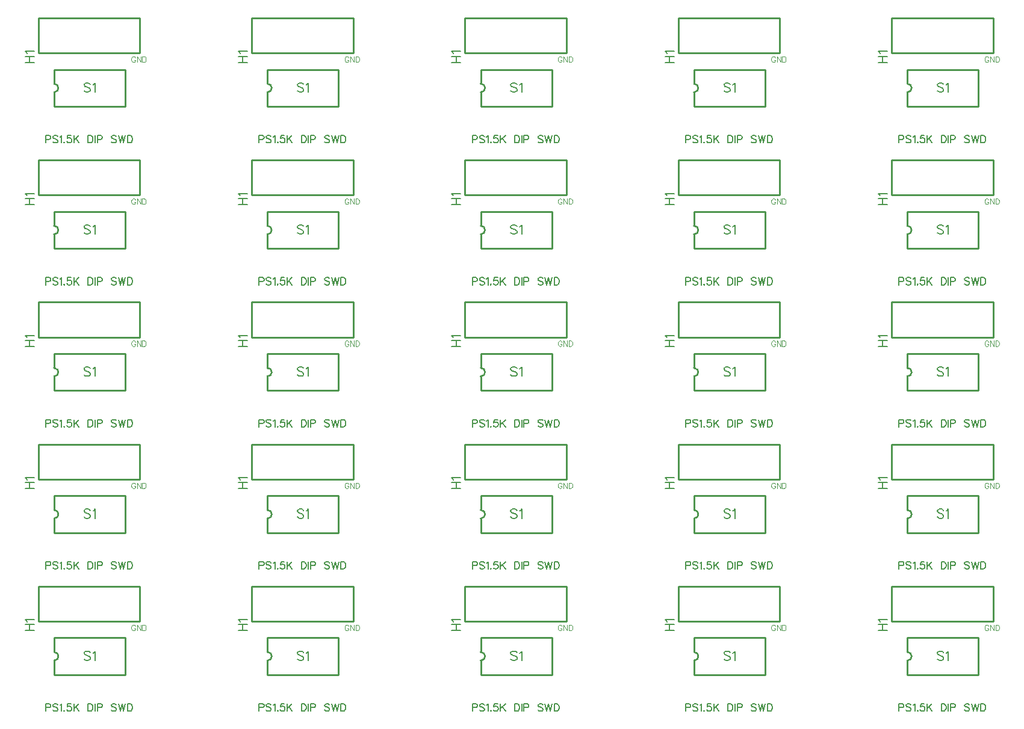
<source format=gbr>
G04 DipTrace 3.3.1.0*
G04 TopSilk.gbr*
%MOIN*%
G04 #@! TF.FileFunction,Legend,Top*
G04 #@! TF.Part,Single*
%ADD10C,0.009843*%
%ADD28C,0.00772*%
%ADD29C,0.004632*%
%ADD30C,0.006176*%
%FSLAX26Y26*%
G04*
G70*
G90*
G75*
G01*
G04 TopSilk*
%LPD*%
X699802Y981201D2*
D10*
X1262302D1*
Y1174951D1*
X699802D1*
Y981201D1*
X787402Y889777D2*
X1181102D1*
Y685026D2*
Y889777D1*
X787402Y685026D2*
X1181102D1*
X787402D2*
Y763779D1*
Y889777D2*
Y811024D1*
Y763779D2*
G03X787402Y811024I0J23622D01*
G01*
X626579Y929503D2*
D28*
X676819D1*
X626579Y962996D2*
X676819D1*
X650511Y929503D2*
Y962996D1*
X636196Y978436D2*
X633765Y983244D1*
X626635Y990429D1*
X676819D1*
X987282Y808349D2*
X982529Y813157D1*
X975344Y815534D1*
X965782D1*
X958597Y813157D1*
X953789Y808349D1*
Y803596D1*
X956221Y798787D1*
X958597Y796411D1*
X963351Y794034D1*
X977721Y789225D1*
X982529Y786849D1*
X984906Y784417D1*
X987282Y779664D1*
Y772479D1*
X982529Y767726D1*
X975344Y765294D1*
X965782D1*
X958597Y767726D1*
X953789Y772479D1*
X1002722Y805917D2*
X1007530Y808349D1*
X1014715Y815478D1*
Y765294D1*
X1237049Y954220D2*
D29*
X1235623Y957072D1*
X1232738Y959957D1*
X1229886Y961383D1*
X1224149D1*
X1221264Y959957D1*
X1218412Y957072D1*
X1216953Y954220D1*
X1215527Y949909D1*
Y942712D1*
X1216953Y938435D1*
X1218412Y935550D1*
X1221264Y932698D1*
X1224149Y931239D1*
X1229886D1*
X1232738Y932698D1*
X1235623Y935550D1*
X1237049Y938435D1*
Y942712D1*
X1229886D1*
X1266409Y961383D2*
Y931239D1*
X1246313Y961383D1*
Y931239D1*
X1275672Y961383D2*
Y931239D1*
X1285720D1*
X1290031Y932698D1*
X1292916Y935550D1*
X1294342Y938435D1*
X1295768Y942712D1*
Y949909D1*
X1294342Y954220D1*
X1292916Y957072D1*
X1290031Y959957D1*
X1285720Y961383D1*
X1275672D1*
X741478Y502957D2*
D30*
X758722D1*
X764426Y504859D1*
X766371Y506804D1*
X768272Y510607D1*
Y516355D1*
X766371Y520157D1*
X764426Y522103D1*
X758722Y524004D1*
X741478D1*
Y483812D1*
X807418Y518256D2*
X803616Y522103D1*
X797868Y524004D1*
X790218D1*
X784470Y522103D1*
X780624Y518256D1*
Y514453D1*
X782569Y510607D1*
X784470Y508705D1*
X788273Y506804D1*
X799769Y502957D1*
X803616Y501056D1*
X805517Y499111D1*
X807418Y495308D1*
Y489560D1*
X803616Y485757D1*
X797868Y483812D1*
X790218D1*
X784470Y485757D1*
X780624Y489560D1*
X819770Y516310D2*
X823617Y518256D1*
X829365Y523960D1*
Y483812D1*
X843617Y487659D2*
X841716Y485713D1*
X843617Y483812D1*
X845563Y485713D1*
X843617Y487659D1*
X880862Y523960D2*
X861761D1*
X859860Y506760D1*
X861761Y508661D1*
X867509Y510607D1*
X873213D1*
X878961Y508661D1*
X882807Y504859D1*
X884709Y499111D1*
Y495308D1*
X882807Y489560D1*
X878961Y485713D1*
X873213Y483812D1*
X867509D1*
X861761Y485713D1*
X859860Y487659D1*
X857914Y491461D1*
X897060Y524004D2*
Y483812D1*
X923855Y524004D2*
X897060Y497209D1*
X906611Y506804D2*
X923855Y483812D1*
X975087Y524004D2*
Y483812D1*
X988484D1*
X994232Y485757D1*
X998079Y489560D1*
X999980Y493407D1*
X1001882Y499111D1*
Y508705D1*
X999980Y514453D1*
X998079Y518256D1*
X994232Y522103D1*
X988484Y524004D1*
X975087D1*
X1014233D2*
Y483812D1*
X1026584Y502957D2*
X1043829D1*
X1049532Y504859D1*
X1051478Y506804D1*
X1053379Y510607D1*
Y516355D1*
X1051478Y520157D1*
X1049532Y522103D1*
X1043829Y524004D1*
X1026584D1*
Y483812D1*
X1131406Y518256D2*
X1127603Y522103D1*
X1121855Y524004D1*
X1114206D1*
X1108458Y522103D1*
X1104611Y518256D1*
Y514453D1*
X1106557Y510607D1*
X1108458Y508705D1*
X1112261Y506804D1*
X1123757Y502957D1*
X1127603Y501056D1*
X1129505Y499111D1*
X1131406Y495308D1*
Y489560D1*
X1127603Y485757D1*
X1121855Y483812D1*
X1114206D1*
X1108458Y485757D1*
X1104611Y489560D1*
X1143757Y524004D2*
X1153352Y483812D1*
X1162903Y524004D1*
X1172453Y483812D1*
X1182048Y524004D1*
X1194400D2*
Y483812D1*
X1207797D1*
X1213545Y485757D1*
X1217392Y489560D1*
X1219293Y493407D1*
X1221194Y499111D1*
Y508705D1*
X1219293Y514453D1*
X1217392Y518256D1*
X1213545Y522103D1*
X1207797Y524004D1*
X1194400D1*
X1880905Y981201D2*
D10*
X2443405D1*
Y1174951D1*
X1880905D1*
Y981201D1*
X1968504Y889777D2*
X2362205D1*
Y685026D2*
Y889777D1*
X1968504Y685026D2*
X2362205D1*
X1968504D2*
Y763779D1*
Y889777D2*
Y811024D1*
Y763779D2*
G03X1968504Y811024I0J23622D01*
G01*
X1807682Y929503D2*
D28*
X1857922D1*
X1807682Y962996D2*
X1857922D1*
X1831613Y929503D2*
X1831614Y962996D1*
X1817299Y978436D2*
X1814867Y983244D1*
X1807737Y990429D1*
X1857922D1*
X2168385Y808349D2*
X2163631Y813157D1*
X2156446Y815534D1*
X2146885D1*
X2139700Y813157D1*
X2134891Y808349D1*
Y803596D1*
X2137323Y798787D1*
X2139700Y796411D1*
X2144453Y794034D1*
X2158823Y789225D1*
X2163631Y786849D1*
X2166008Y784417D1*
X2168385Y779664D1*
Y772479D1*
X2163631Y767726D1*
X2156446Y765294D1*
X2146885D1*
X2139700Y767726D1*
X2134891Y772479D1*
X2183824Y805917D2*
X2188632Y808349D1*
X2195817Y815478D1*
Y765294D1*
X2418151Y954220D2*
D29*
X2416726Y957072D1*
X2413840Y959957D1*
X2410989Y961383D1*
X2405252D1*
X2402367Y959957D1*
X2399515Y957072D1*
X2398055Y954220D1*
X2396630Y949909D1*
Y942712D1*
X2398055Y938435D1*
X2399515Y935550D1*
X2402367Y932698D1*
X2405252Y931239D1*
X2410989D1*
X2413840Y932698D1*
X2416726Y935550D1*
X2418151Y938435D1*
Y942712D1*
X2410989D1*
X2447511Y961383D2*
Y931239D1*
X2427415Y961383D1*
Y931239D1*
X2456775Y961383D2*
Y931239D1*
X2466823D1*
X2471134Y932698D1*
X2474019Y935550D1*
X2475445Y938435D1*
X2476871Y942712D1*
Y949909D1*
X2475445Y954220D1*
X2474019Y957072D1*
X2471134Y959957D1*
X2466823Y961383D1*
X2456775D1*
X1922580Y502957D2*
D30*
X1939824D1*
X1945528Y504859D1*
X1947473Y506804D1*
X1949375Y510607D1*
Y516355D1*
X1947473Y520157D1*
X1945528Y522103D1*
X1939824Y524004D1*
X1922580D1*
Y483812D1*
X1988521Y518256D2*
X1984718Y522103D1*
X1978970Y524004D1*
X1971321D1*
X1965573Y522103D1*
X1961726Y518256D1*
Y514453D1*
X1963672Y510607D1*
X1965573Y508705D1*
X1969375Y506804D1*
X1980871Y502957D1*
X1984718Y501056D1*
X1986619Y499111D1*
X1988521Y495308D1*
Y489560D1*
X1984718Y485757D1*
X1978970Y483812D1*
X1971321D1*
X1965573Y485757D1*
X1961726Y489560D1*
X2000872Y516310D2*
X2004719Y518256D1*
X2010467Y523960D1*
Y483812D1*
X2024720Y487659D2*
X2022818Y485713D1*
X2024720Y483812D1*
X2026665Y485713D1*
X2024720Y487659D1*
X2061964Y523960D2*
X2042863D1*
X2040962Y506760D1*
X2042863Y508661D1*
X2048611Y510607D1*
X2054315D1*
X2060063Y508661D1*
X2063910Y504859D1*
X2065811Y499111D1*
Y495308D1*
X2063910Y489560D1*
X2060063Y485713D1*
X2054315Y483812D1*
X2048611D1*
X2042863Y485713D1*
X2040962Y487659D1*
X2039016Y491461D1*
X2078163Y524004D2*
Y483812D1*
X2104957Y524004D2*
X2078163Y497209D1*
X2087713Y506804D2*
X2104957Y483812D1*
X2156189Y524004D2*
Y483812D1*
X2169587D1*
X2175335Y485757D1*
X2179181Y489560D1*
X2181083Y493407D1*
X2182984Y499111D1*
Y508705D1*
X2181083Y514453D1*
X2179181Y518256D1*
X2175335Y522103D1*
X2169587Y524004D1*
X2156189D1*
X2195335D2*
Y483812D1*
X2207687Y502957D2*
X2224931D1*
X2230635Y504859D1*
X2232580Y506804D1*
X2234481Y510607D1*
Y516355D1*
X2232580Y520157D1*
X2230635Y522103D1*
X2224931Y524004D1*
X2207687D1*
Y483812D1*
X2312508Y518256D2*
X2308706Y522103D1*
X2302958Y524004D1*
X2295308D1*
X2289560Y522103D1*
X2285714Y518256D1*
Y514453D1*
X2287659Y510607D1*
X2289560Y508705D1*
X2293363Y506804D1*
X2304859Y502957D1*
X2308706Y501056D1*
X2310607Y499111D1*
X2312508Y495308D1*
Y489560D1*
X2308706Y485757D1*
X2302958Y483812D1*
X2295308D1*
X2289560Y485757D1*
X2285714Y489560D1*
X2324860Y524004D2*
X2334455Y483812D1*
X2344005Y524004D1*
X2353556Y483812D1*
X2363150Y524004D1*
X2375502D2*
Y483812D1*
X2388899D1*
X2394647Y485757D1*
X2398494Y489560D1*
X2400395Y493407D1*
X2402297Y499111D1*
Y508705D1*
X2400395Y514453D1*
X2398494Y518256D1*
X2394647Y522103D1*
X2388899Y524004D1*
X2375502D1*
X3062007Y981201D2*
D10*
X3624507D1*
Y1174951D1*
X3062007D1*
Y981201D1*
X3149606Y889777D2*
X3543307D1*
Y685026D2*
Y889777D1*
X3149606Y685026D2*
X3543307D1*
X3149606D2*
Y763779D1*
Y889777D2*
Y811024D1*
Y763779D2*
G03X3149606Y811024I0J23622D01*
G01*
X2988784Y929503D2*
D28*
X3039024D1*
X2988784Y962996D2*
X3039024D1*
X3012716Y929503D2*
Y962996D1*
X2998401Y978436D2*
X2995969Y983244D1*
X2988839Y990429D1*
X3039024D1*
X3349487Y808349D2*
X3344734Y813157D1*
X3337549Y815534D1*
X3327987D1*
X3320802Y813157D1*
X3315994Y808349D1*
Y803596D1*
X3318426Y798787D1*
X3320802Y796411D1*
X3325555Y794034D1*
X3339925Y789225D1*
X3344734Y786849D1*
X3347110Y784417D1*
X3349487Y779664D1*
Y772479D1*
X3344734Y767726D1*
X3337549Y765294D1*
X3327987D1*
X3320802Y767726D1*
X3315994Y772479D1*
X3364926Y805917D2*
X3369735Y808349D1*
X3376920Y815478D1*
Y765294D1*
X3599254Y954220D2*
D29*
X3597828Y957072D1*
X3594943Y959957D1*
X3592091Y961383D1*
X3586354D1*
X3583469Y959957D1*
X3580617Y957072D1*
X3579158Y954220D1*
X3577732Y949909D1*
Y942712D1*
X3579158Y938435D1*
X3580617Y935550D1*
X3583469Y932698D1*
X3586354Y931239D1*
X3592091D1*
X3594943Y932698D1*
X3597828Y935550D1*
X3599254Y938435D1*
Y942712D1*
X3592091D1*
X3628613Y961383D2*
Y931239D1*
X3608517Y961383D1*
Y931239D1*
X3637877Y961383D2*
Y931239D1*
X3647925D1*
X3652236Y932698D1*
X3655121Y935550D1*
X3656547Y938435D1*
X3657973Y942712D1*
Y949909D1*
X3656547Y954220D1*
X3655121Y957072D1*
X3652236Y959957D1*
X3647925Y961383D1*
X3637877D1*
X3103682Y502957D2*
D30*
X3120926D1*
X3126630Y504859D1*
X3128576Y506804D1*
X3130477Y510607D1*
Y516355D1*
X3128576Y520157D1*
X3126630Y522103D1*
X3120926Y524004D1*
X3103682D1*
Y483812D1*
X3169623Y518256D2*
X3165821Y522103D1*
X3160072Y524004D1*
X3152423D1*
X3146675Y522103D1*
X3142828Y518256D1*
Y514453D1*
X3144774Y510607D1*
X3146675Y508705D1*
X3150478Y506804D1*
X3161974Y502957D1*
X3165821Y501056D1*
X3167722Y499111D1*
X3169623Y495308D1*
Y489560D1*
X3165821Y485757D1*
X3160072Y483812D1*
X3152423D1*
X3146675Y485757D1*
X3142828Y489560D1*
X3181974Y516310D2*
X3185821Y518256D1*
X3191569Y523960D1*
Y483812D1*
X3205822Y487659D2*
X3203921Y485713D1*
X3205822Y483812D1*
X3207767Y485713D1*
X3205822Y487659D1*
X3243067Y523960D2*
X3223966D1*
X3222064Y506760D1*
X3223966Y508661D1*
X3229714Y510607D1*
X3235417D1*
X3241165Y508661D1*
X3245012Y504859D1*
X3246913Y499111D1*
Y495308D1*
X3245012Y489560D1*
X3241165Y485713D1*
X3235417Y483812D1*
X3229714D1*
X3223966Y485713D1*
X3222064Y487659D1*
X3220119Y491461D1*
X3259265Y524004D2*
Y483812D1*
X3286060Y524004D2*
X3259265Y497209D1*
X3268815Y506804D2*
X3286060Y483812D1*
X3337292Y524004D2*
Y483812D1*
X3350689D1*
X3356437Y485757D1*
X3360284Y489560D1*
X3362185Y493407D1*
X3364086Y499111D1*
Y508705D1*
X3362185Y514453D1*
X3360284Y518256D1*
X3356437Y522103D1*
X3350689Y524004D1*
X3337292D1*
X3376438D2*
Y483812D1*
X3388789Y502957D2*
X3406033D1*
X3411737Y504859D1*
X3413683Y506804D1*
X3415584Y510607D1*
Y516355D1*
X3413683Y520157D1*
X3411737Y522103D1*
X3406033Y524004D1*
X3388789D1*
Y483812D1*
X3493611Y518256D2*
X3489808Y522103D1*
X3484060Y524004D1*
X3476411D1*
X3470663Y522103D1*
X3466816Y518256D1*
Y514453D1*
X3468762Y510607D1*
X3470663Y508705D1*
X3474465Y506804D1*
X3485961Y502957D1*
X3489808Y501056D1*
X3491709Y499111D1*
X3493611Y495308D1*
Y489560D1*
X3489808Y485757D1*
X3484060Y483812D1*
X3476411D1*
X3470663Y485757D1*
X3466816Y489560D1*
X3505962Y524004D2*
X3515557Y483812D1*
X3525107Y524004D1*
X3534658Y483812D1*
X3544253Y524004D1*
X3556604D2*
Y483812D1*
X3570002D1*
X3575750Y485757D1*
X3579596Y489560D1*
X3581498Y493407D1*
X3583399Y499111D1*
Y508705D1*
X3581498Y514453D1*
X3579596Y518256D1*
X3575750Y522103D1*
X3570002Y524004D1*
X3556604D1*
X4243110Y981201D2*
D10*
X4805610D1*
Y1174951D1*
X4243110D1*
Y981201D1*
X4330709Y889777D2*
X4724409D1*
Y685026D2*
Y889777D1*
X4330709Y685026D2*
X4724409D1*
X4330709D2*
Y763779D1*
Y889777D2*
Y811024D1*
Y763779D2*
G03X4330709Y811024I0J23622D01*
G01*
X4169887Y929503D2*
D28*
X4220127D1*
X4169887Y962996D2*
X4220127D1*
X4193818Y929503D2*
Y962996D1*
X4179503Y978436D2*
X4177072Y983244D1*
X4169942Y990429D1*
X4220127D1*
X4530589Y808349D2*
X4525836Y813157D1*
X4518651Y815534D1*
X4509090D1*
X4501904Y813157D1*
X4497096Y808349D1*
Y803596D1*
X4499528Y798787D1*
X4501904Y796411D1*
X4506658Y794034D1*
X4521028Y789225D1*
X4525836Y786849D1*
X4528213Y784417D1*
X4530589Y779664D1*
Y772479D1*
X4525836Y767726D1*
X4518651Y765294D1*
X4509090D1*
X4501904Y767726D1*
X4497096Y772479D1*
X4546029Y805917D2*
X4550837Y808349D1*
X4558022Y815478D1*
Y765294D1*
X4780356Y954220D2*
D29*
X4778930Y957072D1*
X4776045Y959957D1*
X4773193Y961383D1*
X4767456D1*
X4764571Y959957D1*
X4761719Y957072D1*
X4760260Y954220D1*
X4758834Y949909D1*
Y942712D1*
X4760260Y938435D1*
X4761719Y935550D1*
X4764571Y932698D1*
X4767456Y931239D1*
X4773193D1*
X4776045Y932698D1*
X4778930Y935550D1*
X4780356Y938435D1*
Y942712D1*
X4773193D1*
X4809716Y961383D2*
Y931239D1*
X4789620Y961383D1*
Y931239D1*
X4818979Y961383D2*
Y931239D1*
X4829027D1*
X4833338Y932698D1*
X4836223Y935550D1*
X4837649Y938435D1*
X4839075Y942712D1*
Y949909D1*
X4837649Y954220D1*
X4836223Y957072D1*
X4833338Y959957D1*
X4829027Y961383D1*
X4818979D1*
X4284785Y502957D2*
D30*
X4302029D1*
X4307733Y504859D1*
X4309678Y506804D1*
X4311579Y510607D1*
Y516355D1*
X4309678Y520157D1*
X4307733Y522103D1*
X4302029Y524004D1*
X4284785D1*
Y483812D1*
X4350725Y518256D2*
X4346923Y522103D1*
X4341175Y524004D1*
X4333526D1*
X4327778Y522103D1*
X4323931Y518256D1*
Y514453D1*
X4325876Y510607D1*
X4327778Y508705D1*
X4331580Y506804D1*
X4343076Y502957D1*
X4346923Y501056D1*
X4348824Y499111D1*
X4350725Y495308D1*
Y489560D1*
X4346923Y485757D1*
X4341175Y483812D1*
X4333526D1*
X4327778Y485757D1*
X4323931Y489560D1*
X4363077Y516310D2*
X4366924Y518256D1*
X4372672Y523960D1*
Y483812D1*
X4386924Y487659D2*
X4385023Y485713D1*
X4386924Y483812D1*
X4388870Y485713D1*
X4386924Y487659D1*
X4424169Y523960D2*
X4405068D1*
X4403167Y506760D1*
X4405068Y508661D1*
X4410816Y510607D1*
X4416520D1*
X4422268Y508661D1*
X4426115Y504859D1*
X4428016Y499111D1*
Y495308D1*
X4426115Y489560D1*
X4422268Y485713D1*
X4416520Y483812D1*
X4410816D1*
X4405068Y485713D1*
X4403167Y487659D1*
X4401221Y491461D1*
X4440367Y524004D2*
Y483812D1*
X4467162Y524004D2*
X4440367Y497209D1*
X4449918Y506804D2*
X4467162Y483812D1*
X4518394Y524004D2*
Y483812D1*
X4531791D1*
X4537539Y485757D1*
X4541386Y489560D1*
X4543287Y493407D1*
X4545189Y499111D1*
Y508705D1*
X4543287Y514453D1*
X4541386Y518256D1*
X4537539Y522103D1*
X4531791Y524004D1*
X4518394D1*
X4557540D2*
Y483812D1*
X4569892Y502957D2*
X4587136D1*
X4592839Y504859D1*
X4594785Y506804D1*
X4596686Y510607D1*
Y516355D1*
X4594785Y520157D1*
X4592839Y522103D1*
X4587136Y524004D1*
X4569892D1*
Y483812D1*
X4674713Y518256D2*
X4670911Y522103D1*
X4665162Y524004D1*
X4657513D1*
X4651765Y522103D1*
X4647918Y518256D1*
Y514453D1*
X4649864Y510607D1*
X4651765Y508705D1*
X4655568Y506804D1*
X4667064Y502957D1*
X4670911Y501056D1*
X4672812Y499111D1*
X4674713Y495308D1*
Y489560D1*
X4670911Y485757D1*
X4665162Y483812D1*
X4657513D1*
X4651765Y485757D1*
X4647918Y489560D1*
X4687064Y524004D2*
X4696659Y483812D1*
X4706210Y524004D1*
X4715760Y483812D1*
X4725355Y524004D1*
X4737707D2*
Y483812D1*
X4751104D1*
X4756852Y485757D1*
X4760699Y489560D1*
X4762600Y493407D1*
X4764501Y499111D1*
Y508705D1*
X4762600Y514453D1*
X4760699Y518256D1*
X4756852Y522103D1*
X4751104Y524004D1*
X4737707D1*
X5424212Y981201D2*
D10*
X5986712D1*
Y1174951D1*
X5424212D1*
Y981201D1*
X5511811Y889777D2*
X5905512D1*
Y685026D2*
Y889777D1*
X5511811Y685026D2*
X5905512D1*
X5511811D2*
Y763779D1*
Y889777D2*
Y811024D1*
Y763779D2*
G03X5511811Y811024I0J23622D01*
G01*
X5350989Y929503D2*
D28*
X5401229D1*
X5350989Y962996D2*
X5401229D1*
X5374921Y929503D2*
Y962996D1*
X5360606Y978436D2*
X5358174Y983244D1*
X5351044Y990429D1*
X5401229D1*
X5711692Y808349D2*
X5706939Y813157D1*
X5699753Y815534D1*
X5690192D1*
X5683007Y813157D1*
X5678198Y808349D1*
Y803596D1*
X5680630Y798787D1*
X5683007Y796411D1*
X5687760Y794034D1*
X5702130Y789225D1*
X5706939Y786849D1*
X5709315Y784417D1*
X5711692Y779664D1*
Y772479D1*
X5706939Y767726D1*
X5699753Y765294D1*
X5690192D1*
X5683007Y767726D1*
X5678198Y772479D1*
X5727131Y805917D2*
X5731939Y808349D1*
X5739124Y815478D1*
Y765294D1*
X5961459Y954220D2*
D29*
X5960033Y957072D1*
X5957148Y959957D1*
X5954296Y961383D1*
X5948559D1*
X5945674Y959957D1*
X5942822Y957072D1*
X5941363Y954220D1*
X5939937Y949909D1*
Y942712D1*
X5941363Y938435D1*
X5942822Y935550D1*
X5945674Y932698D1*
X5948559Y931239D1*
X5954296D1*
X5957148Y932698D1*
X5960033Y935550D1*
X5961459Y938435D1*
Y942712D1*
X5954296D1*
X5990818Y961383D2*
Y931239D1*
X5970722Y961383D1*
Y931239D1*
X6000082Y961383D2*
Y931239D1*
X6010130D1*
X6014441Y932698D1*
X6017326Y935550D1*
X6018752Y938435D1*
X6020178Y942712D1*
Y949909D1*
X6018752Y954220D1*
X6017326Y957072D1*
X6014441Y959957D1*
X6010130Y961383D1*
X6000082D1*
X5465887Y502957D2*
D30*
X5483131D1*
X5488835Y504859D1*
X5490780Y506804D1*
X5492682Y510607D1*
Y516355D1*
X5490780Y520157D1*
X5488835Y522103D1*
X5483131Y524004D1*
X5465887D1*
Y483812D1*
X5531828Y518256D2*
X5528025Y522103D1*
X5522277Y524004D1*
X5514628D1*
X5508880Y522103D1*
X5505033Y518256D1*
Y514453D1*
X5506979Y510607D1*
X5508880Y508705D1*
X5512682Y506804D1*
X5524178Y502957D1*
X5528025Y501056D1*
X5529927Y499111D1*
X5531828Y495308D1*
Y489560D1*
X5528025Y485757D1*
X5522277Y483812D1*
X5514628D1*
X5508880Y485757D1*
X5505033Y489560D1*
X5544179Y516310D2*
X5548026Y518256D1*
X5553774Y523960D1*
Y483812D1*
X5568027Y487659D2*
X5566125Y485713D1*
X5568027Y483812D1*
X5569972Y485713D1*
X5568027Y487659D1*
X5605271Y523960D2*
X5586170D1*
X5584269Y506760D1*
X5586170Y508661D1*
X5591918Y510607D1*
X5597622D1*
X5603370Y508661D1*
X5607217Y504859D1*
X5609118Y499111D1*
Y495308D1*
X5607217Y489560D1*
X5603370Y485713D1*
X5597622Y483812D1*
X5591918D1*
X5586170Y485713D1*
X5584269Y487659D1*
X5582324Y491461D1*
X5621470Y524004D2*
Y483812D1*
X5648264Y524004D2*
X5621470Y497209D1*
X5631020Y506804D2*
X5648264Y483812D1*
X5699496Y524004D2*
Y483812D1*
X5712894D1*
X5718642Y485757D1*
X5722489Y489560D1*
X5724390Y493407D1*
X5726291Y499111D1*
Y508705D1*
X5724390Y514453D1*
X5722489Y518256D1*
X5718642Y522103D1*
X5712894Y524004D1*
X5699496D1*
X5738643D2*
Y483812D1*
X5750994Y502957D2*
X5768238D1*
X5773942Y504859D1*
X5775887Y506804D1*
X5777789Y510607D1*
Y516355D1*
X5775887Y520157D1*
X5773942Y522103D1*
X5768238Y524004D1*
X5750994D1*
Y483812D1*
X5855815Y518256D2*
X5852013Y522103D1*
X5846265Y524004D1*
X5838616D1*
X5832868Y522103D1*
X5829021Y518256D1*
Y514453D1*
X5830966Y510607D1*
X5832868Y508705D1*
X5836670Y506804D1*
X5848166Y502957D1*
X5852013Y501056D1*
X5853914Y499111D1*
X5855815Y495308D1*
Y489560D1*
X5852013Y485757D1*
X5846265Y483812D1*
X5838616D1*
X5832868Y485757D1*
X5829021Y489560D1*
X5868167Y524004D2*
X5877762Y483812D1*
X5887312Y524004D1*
X5896863Y483812D1*
X5906458Y524004D1*
X5918809D2*
Y483812D1*
X5932206D1*
X5937954Y485757D1*
X5941801Y489560D1*
X5943702Y493407D1*
X5945604Y499111D1*
Y508705D1*
X5943702Y514453D1*
X5941801Y518256D1*
X5937954Y522103D1*
X5932206Y524004D1*
X5918809D1*
X699802Y1768602D2*
D10*
X1262302D1*
Y1962353D1*
X699802D1*
Y1768602D1*
X787402Y1677179D2*
X1181102D1*
Y1472428D2*
Y1677179D1*
X787402Y1472428D2*
X1181102D1*
X787402D2*
Y1551181D1*
Y1677179D2*
Y1598425D1*
Y1551181D2*
G03X787402Y1598425I0J23622D01*
G01*
X626579Y1716905D2*
D28*
X676819D1*
X626579Y1750398D2*
X676819D1*
X650511Y1716905D2*
Y1750398D1*
X636196Y1765837D2*
X633765Y1770646D1*
X626635Y1777831D1*
X676819D1*
X987282Y1595750D2*
X982529Y1600559D1*
X975344Y1602935D1*
X965782D1*
X958597Y1600559D1*
X953789Y1595750D1*
Y1590997D1*
X956221Y1586189D1*
X958597Y1583812D1*
X963351Y1581435D1*
X977721Y1576627D1*
X982529Y1574250D1*
X984906Y1571819D1*
X987282Y1567065D1*
Y1559880D1*
X982529Y1555127D1*
X975344Y1552695D1*
X965782D1*
X958597Y1555127D1*
X953789Y1559880D1*
X1002722Y1593318D2*
X1007530Y1595750D1*
X1014715Y1602880D1*
Y1552695D1*
X1237049Y1741621D2*
D29*
X1235623Y1744473D1*
X1232738Y1747358D1*
X1229886Y1748784D1*
X1224149D1*
X1221264Y1747358D1*
X1218412Y1744473D1*
X1216953Y1741621D1*
X1215527Y1737310D1*
Y1730114D1*
X1216953Y1725836D1*
X1218412Y1722951D1*
X1221264Y1720099D1*
X1224149Y1718640D1*
X1229886D1*
X1232738Y1720099D1*
X1235623Y1722951D1*
X1237049Y1725836D1*
Y1730114D1*
X1229886D1*
X1266409Y1748784D2*
Y1718640D1*
X1246313Y1748784D1*
Y1718640D1*
X1275672Y1748784D2*
Y1718640D1*
X1285720D1*
X1290031Y1720099D1*
X1292916Y1722951D1*
X1294342Y1725836D1*
X1295768Y1730114D1*
Y1737310D1*
X1294342Y1741621D1*
X1292916Y1744473D1*
X1290031Y1747358D1*
X1285720Y1748784D1*
X1275672D1*
X741478Y1290359D2*
D30*
X758722D1*
X764426Y1292260D1*
X766371Y1294206D1*
X768272Y1298008D1*
Y1303756D1*
X766371Y1307559D1*
X764426Y1309504D1*
X758722Y1311405D1*
X741478D1*
Y1271213D1*
X807418Y1305657D2*
X803616Y1309504D1*
X797868Y1311405D1*
X790218D1*
X784470Y1309504D1*
X780624Y1305657D1*
Y1301855D1*
X782569Y1298008D1*
X784470Y1296107D1*
X788273Y1294206D1*
X799769Y1290359D1*
X803616Y1288458D1*
X805517Y1286512D1*
X807418Y1282710D1*
Y1276962D1*
X803616Y1273159D1*
X797868Y1271213D1*
X790218D1*
X784470Y1273159D1*
X780624Y1276962D1*
X819770Y1303712D2*
X823617Y1305657D1*
X829365Y1311361D1*
Y1271213D1*
X843617Y1275060D2*
X841716Y1273115D1*
X843617Y1271213D1*
X845563Y1273115D1*
X843617Y1275060D1*
X880862Y1311361D2*
X861761D1*
X859860Y1294161D1*
X861761Y1296063D1*
X867509Y1298008D1*
X873213D1*
X878961Y1296063D1*
X882807Y1292260D1*
X884709Y1286512D1*
Y1282710D1*
X882807Y1276962D1*
X878961Y1273115D1*
X873213Y1271213D1*
X867509D1*
X861761Y1273115D1*
X859860Y1275060D1*
X857914Y1278863D1*
X897060Y1311405D2*
Y1271213D1*
X923855Y1311405D2*
X897060Y1284611D1*
X906611Y1294206D2*
X923855Y1271213D1*
X975087Y1311405D2*
Y1271213D1*
X988484D1*
X994232Y1273159D1*
X998079Y1276962D1*
X999980Y1280808D1*
X1001882Y1286512D1*
Y1296107D1*
X999980Y1301855D1*
X998079Y1305657D1*
X994232Y1309504D1*
X988484Y1311405D1*
X975087D1*
X1014233D2*
Y1271213D1*
X1026584Y1290359D2*
X1043829D1*
X1049532Y1292260D1*
X1051478Y1294206D1*
X1053379Y1298008D1*
Y1303756D1*
X1051478Y1307559D1*
X1049532Y1309504D1*
X1043829Y1311405D1*
X1026584D1*
Y1271213D1*
X1131406Y1305657D2*
X1127603Y1309504D1*
X1121855Y1311405D1*
X1114206D1*
X1108458Y1309504D1*
X1104611Y1305657D1*
Y1301855D1*
X1106557Y1298008D1*
X1108458Y1296107D1*
X1112261Y1294206D1*
X1123757Y1290359D1*
X1127603Y1288458D1*
X1129505Y1286512D1*
X1131406Y1282710D1*
Y1276962D1*
X1127603Y1273159D1*
X1121855Y1271213D1*
X1114206D1*
X1108458Y1273159D1*
X1104611Y1276962D1*
X1143757Y1311405D2*
X1153352Y1271213D1*
X1162903Y1311405D1*
X1172453Y1271213D1*
X1182048Y1311405D1*
X1194400D2*
Y1271213D1*
X1207797D1*
X1213545Y1273159D1*
X1217392Y1276962D1*
X1219293Y1280808D1*
X1221194Y1286512D1*
Y1296107D1*
X1219293Y1301855D1*
X1217392Y1305657D1*
X1213545Y1309504D1*
X1207797Y1311405D1*
X1194400D1*
X1880905Y1768602D2*
D10*
X2443405D1*
Y1962353D1*
X1880905D1*
Y1768602D1*
X1968504Y1677179D2*
X2362205D1*
Y1472428D2*
Y1677179D1*
X1968504Y1472428D2*
X2362205D1*
X1968504D2*
Y1551181D1*
Y1677179D2*
Y1598425D1*
Y1551181D2*
G03X1968504Y1598425I0J23622D01*
G01*
X1807682Y1716905D2*
D28*
X1857922D1*
X1807682Y1750398D2*
X1857922D1*
X1831613Y1716905D2*
X1831614Y1750398D1*
X1817299Y1765837D2*
X1814867Y1770646D1*
X1807737Y1777831D1*
X1857922D1*
X2168385Y1595750D2*
X2163631Y1600559D1*
X2156446Y1602935D1*
X2146885D1*
X2139700Y1600559D1*
X2134891Y1595750D1*
Y1590997D1*
X2137323Y1586189D1*
X2139700Y1583812D1*
X2144453Y1581435D1*
X2158823Y1576627D1*
X2163631Y1574250D1*
X2166008Y1571819D1*
X2168385Y1567065D1*
Y1559880D1*
X2163631Y1555127D1*
X2156446Y1552695D1*
X2146885D1*
X2139700Y1555127D1*
X2134891Y1559880D1*
X2183824Y1593318D2*
X2188632Y1595750D1*
X2195817Y1602880D1*
Y1552695D1*
X2418151Y1741621D2*
D29*
X2416726Y1744473D1*
X2413840Y1747358D1*
X2410989Y1748784D1*
X2405252D1*
X2402367Y1747358D1*
X2399515Y1744473D1*
X2398055Y1741621D1*
X2396630Y1737310D1*
Y1730114D1*
X2398055Y1725836D1*
X2399515Y1722951D1*
X2402367Y1720099D1*
X2405252Y1718640D1*
X2410989D1*
X2413840Y1720099D1*
X2416726Y1722951D1*
X2418151Y1725836D1*
Y1730114D1*
X2410989D1*
X2447511Y1748784D2*
Y1718640D1*
X2427415Y1748784D1*
Y1718640D1*
X2456775Y1748784D2*
Y1718640D1*
X2466823D1*
X2471134Y1720099D1*
X2474019Y1722951D1*
X2475445Y1725836D1*
X2476871Y1730114D1*
Y1737310D1*
X2475445Y1741621D1*
X2474019Y1744473D1*
X2471134Y1747358D1*
X2466823Y1748784D1*
X2456775D1*
X1922580Y1290359D2*
D30*
X1939824D1*
X1945528Y1292260D1*
X1947473Y1294206D1*
X1949375Y1298008D1*
Y1303756D1*
X1947473Y1307559D1*
X1945528Y1309504D1*
X1939824Y1311405D1*
X1922580D1*
Y1271213D1*
X1988521Y1305657D2*
X1984718Y1309504D1*
X1978970Y1311405D1*
X1971321D1*
X1965573Y1309504D1*
X1961726Y1305657D1*
Y1301855D1*
X1963672Y1298008D1*
X1965573Y1296107D1*
X1969375Y1294206D1*
X1980871Y1290359D1*
X1984718Y1288458D1*
X1986619Y1286512D1*
X1988521Y1282710D1*
Y1276962D1*
X1984718Y1273159D1*
X1978970Y1271213D1*
X1971321D1*
X1965573Y1273159D1*
X1961726Y1276962D1*
X2000872Y1303712D2*
X2004719Y1305657D1*
X2010467Y1311361D1*
Y1271213D1*
X2024720Y1275060D2*
X2022818Y1273115D1*
X2024720Y1271213D1*
X2026665Y1273115D1*
X2024720Y1275060D1*
X2061964Y1311361D2*
X2042863D1*
X2040962Y1294161D1*
X2042863Y1296063D1*
X2048611Y1298008D1*
X2054315D1*
X2060063Y1296063D1*
X2063910Y1292260D1*
X2065811Y1286512D1*
Y1282710D1*
X2063910Y1276962D1*
X2060063Y1273115D1*
X2054315Y1271213D1*
X2048611D1*
X2042863Y1273115D1*
X2040962Y1275060D1*
X2039016Y1278863D1*
X2078163Y1311405D2*
Y1271213D1*
X2104957Y1311405D2*
X2078163Y1284611D1*
X2087713Y1294206D2*
X2104957Y1271213D1*
X2156189Y1311405D2*
Y1271213D1*
X2169587D1*
X2175335Y1273159D1*
X2179181Y1276962D1*
X2181083Y1280808D1*
X2182984Y1286512D1*
Y1296107D1*
X2181083Y1301855D1*
X2179181Y1305657D1*
X2175335Y1309504D1*
X2169587Y1311405D1*
X2156189D1*
X2195335D2*
Y1271213D1*
X2207687Y1290359D2*
X2224931D1*
X2230635Y1292260D1*
X2232580Y1294206D1*
X2234481Y1298008D1*
Y1303756D1*
X2232580Y1307559D1*
X2230635Y1309504D1*
X2224931Y1311405D1*
X2207687D1*
Y1271213D1*
X2312508Y1305657D2*
X2308706Y1309504D1*
X2302958Y1311405D1*
X2295308D1*
X2289560Y1309504D1*
X2285714Y1305657D1*
Y1301855D1*
X2287659Y1298008D1*
X2289560Y1296107D1*
X2293363Y1294206D1*
X2304859Y1290359D1*
X2308706Y1288458D1*
X2310607Y1286512D1*
X2312508Y1282710D1*
Y1276962D1*
X2308706Y1273159D1*
X2302958Y1271213D1*
X2295308D1*
X2289560Y1273159D1*
X2285714Y1276962D1*
X2324860Y1311405D2*
X2334455Y1271213D1*
X2344005Y1311405D1*
X2353556Y1271213D1*
X2363150Y1311405D1*
X2375502D2*
Y1271213D1*
X2388899D1*
X2394647Y1273159D1*
X2398494Y1276962D1*
X2400395Y1280808D1*
X2402297Y1286512D1*
Y1296107D1*
X2400395Y1301855D1*
X2398494Y1305657D1*
X2394647Y1309504D1*
X2388899Y1311405D1*
X2375502D1*
X3062007Y1768602D2*
D10*
X3624507D1*
Y1962353D1*
X3062007D1*
Y1768602D1*
X3149606Y1677179D2*
X3543307D1*
Y1472428D2*
Y1677179D1*
X3149606Y1472428D2*
X3543307D1*
X3149606D2*
Y1551181D1*
Y1677179D2*
Y1598425D1*
Y1551181D2*
G03X3149606Y1598425I0J23622D01*
G01*
X2988784Y1716905D2*
D28*
X3039024D1*
X2988784Y1750398D2*
X3039024D1*
X3012716Y1716905D2*
Y1750398D1*
X2998401Y1765837D2*
X2995969Y1770646D1*
X2988839Y1777831D1*
X3039024D1*
X3349487Y1595750D2*
X3344734Y1600559D1*
X3337549Y1602935D1*
X3327987D1*
X3320802Y1600559D1*
X3315994Y1595750D1*
Y1590997D1*
X3318426Y1586189D1*
X3320802Y1583812D1*
X3325555Y1581435D1*
X3339925Y1576627D1*
X3344734Y1574250D1*
X3347110Y1571819D1*
X3349487Y1567065D1*
Y1559880D1*
X3344734Y1555127D1*
X3337549Y1552695D1*
X3327987D1*
X3320802Y1555127D1*
X3315994Y1559880D1*
X3364926Y1593318D2*
X3369735Y1595750D1*
X3376920Y1602880D1*
Y1552695D1*
X3599254Y1741621D2*
D29*
X3597828Y1744473D1*
X3594943Y1747358D1*
X3592091Y1748784D1*
X3586354D1*
X3583469Y1747358D1*
X3580617Y1744473D1*
X3579158Y1741621D1*
X3577732Y1737310D1*
Y1730114D1*
X3579158Y1725836D1*
X3580617Y1722951D1*
X3583469Y1720099D1*
X3586354Y1718640D1*
X3592091D1*
X3594943Y1720099D1*
X3597828Y1722951D1*
X3599254Y1725836D1*
Y1730114D1*
X3592091D1*
X3628613Y1748784D2*
Y1718640D1*
X3608517Y1748784D1*
Y1718640D1*
X3637877Y1748784D2*
Y1718640D1*
X3647925D1*
X3652236Y1720099D1*
X3655121Y1722951D1*
X3656547Y1725836D1*
X3657973Y1730114D1*
Y1737310D1*
X3656547Y1741621D1*
X3655121Y1744473D1*
X3652236Y1747358D1*
X3647925Y1748784D1*
X3637877D1*
X3103682Y1290359D2*
D30*
X3120926D1*
X3126630Y1292260D1*
X3128576Y1294206D1*
X3130477Y1298008D1*
Y1303756D1*
X3128576Y1307559D1*
X3126630Y1309504D1*
X3120926Y1311405D1*
X3103682D1*
Y1271213D1*
X3169623Y1305657D2*
X3165821Y1309504D1*
X3160072Y1311405D1*
X3152423D1*
X3146675Y1309504D1*
X3142828Y1305657D1*
Y1301855D1*
X3144774Y1298008D1*
X3146675Y1296107D1*
X3150478Y1294206D1*
X3161974Y1290359D1*
X3165821Y1288458D1*
X3167722Y1286512D1*
X3169623Y1282710D1*
Y1276962D1*
X3165821Y1273159D1*
X3160072Y1271213D1*
X3152423D1*
X3146675Y1273159D1*
X3142828Y1276962D1*
X3181974Y1303712D2*
X3185821Y1305657D1*
X3191569Y1311361D1*
Y1271213D1*
X3205822Y1275060D2*
X3203921Y1273115D1*
X3205822Y1271213D1*
X3207767Y1273115D1*
X3205822Y1275060D1*
X3243067Y1311361D2*
X3223966D1*
X3222064Y1294161D1*
X3223966Y1296063D1*
X3229714Y1298008D1*
X3235417D1*
X3241165Y1296063D1*
X3245012Y1292260D1*
X3246913Y1286512D1*
Y1282710D1*
X3245012Y1276962D1*
X3241165Y1273115D1*
X3235417Y1271213D1*
X3229714D1*
X3223966Y1273115D1*
X3222064Y1275060D1*
X3220119Y1278863D1*
X3259265Y1311405D2*
Y1271213D1*
X3286060Y1311405D2*
X3259265Y1284611D1*
X3268815Y1294206D2*
X3286060Y1271213D1*
X3337292Y1311405D2*
Y1271213D1*
X3350689D1*
X3356437Y1273159D1*
X3360284Y1276962D1*
X3362185Y1280808D1*
X3364086Y1286512D1*
Y1296107D1*
X3362185Y1301855D1*
X3360284Y1305657D1*
X3356437Y1309504D1*
X3350689Y1311405D1*
X3337292D1*
X3376438D2*
Y1271213D1*
X3388789Y1290359D2*
X3406033D1*
X3411737Y1292260D1*
X3413683Y1294206D1*
X3415584Y1298008D1*
Y1303756D1*
X3413683Y1307559D1*
X3411737Y1309504D1*
X3406033Y1311405D1*
X3388789D1*
Y1271213D1*
X3493611Y1305657D2*
X3489808Y1309504D1*
X3484060Y1311405D1*
X3476411D1*
X3470663Y1309504D1*
X3466816Y1305657D1*
Y1301855D1*
X3468762Y1298008D1*
X3470663Y1296107D1*
X3474465Y1294206D1*
X3485961Y1290359D1*
X3489808Y1288458D1*
X3491709Y1286512D1*
X3493611Y1282710D1*
Y1276962D1*
X3489808Y1273159D1*
X3484060Y1271213D1*
X3476411D1*
X3470663Y1273159D1*
X3466816Y1276962D1*
X3505962Y1311405D2*
X3515557Y1271213D1*
X3525107Y1311405D1*
X3534658Y1271213D1*
X3544253Y1311405D1*
X3556604D2*
Y1271213D1*
X3570002D1*
X3575750Y1273159D1*
X3579596Y1276962D1*
X3581498Y1280808D1*
X3583399Y1286512D1*
Y1296107D1*
X3581498Y1301855D1*
X3579596Y1305657D1*
X3575750Y1309504D1*
X3570002Y1311405D1*
X3556604D1*
X4243110Y1768602D2*
D10*
X4805610D1*
Y1962353D1*
X4243110D1*
Y1768602D1*
X4330709Y1677179D2*
X4724409D1*
Y1472428D2*
Y1677179D1*
X4330709Y1472428D2*
X4724409D1*
X4330709D2*
Y1551181D1*
Y1677179D2*
Y1598425D1*
Y1551181D2*
G03X4330709Y1598425I0J23622D01*
G01*
X4169887Y1716905D2*
D28*
X4220127D1*
X4169887Y1750398D2*
X4220127D1*
X4193818Y1716905D2*
Y1750398D1*
X4179503Y1765837D2*
X4177072Y1770646D1*
X4169942Y1777831D1*
X4220127D1*
X4530589Y1595750D2*
X4525836Y1600559D1*
X4518651Y1602935D1*
X4509090D1*
X4501904Y1600559D1*
X4497096Y1595750D1*
Y1590997D1*
X4499528Y1586189D1*
X4501904Y1583812D1*
X4506658Y1581435D1*
X4521028Y1576627D1*
X4525836Y1574250D1*
X4528213Y1571819D1*
X4530589Y1567065D1*
Y1559880D1*
X4525836Y1555127D1*
X4518651Y1552695D1*
X4509090D1*
X4501904Y1555127D1*
X4497096Y1559880D1*
X4546029Y1593318D2*
X4550837Y1595750D1*
X4558022Y1602880D1*
Y1552695D1*
X4780356Y1741621D2*
D29*
X4778930Y1744473D1*
X4776045Y1747358D1*
X4773193Y1748784D1*
X4767456D1*
X4764571Y1747358D1*
X4761719Y1744473D1*
X4760260Y1741621D1*
X4758834Y1737310D1*
Y1730114D1*
X4760260Y1725836D1*
X4761719Y1722951D1*
X4764571Y1720099D1*
X4767456Y1718640D1*
X4773193D1*
X4776045Y1720099D1*
X4778930Y1722951D1*
X4780356Y1725836D1*
Y1730114D1*
X4773193D1*
X4809716Y1748784D2*
Y1718640D1*
X4789620Y1748784D1*
Y1718640D1*
X4818979Y1748784D2*
Y1718640D1*
X4829027D1*
X4833338Y1720099D1*
X4836223Y1722951D1*
X4837649Y1725836D1*
X4839075Y1730114D1*
Y1737310D1*
X4837649Y1741621D1*
X4836223Y1744473D1*
X4833338Y1747358D1*
X4829027Y1748784D1*
X4818979D1*
X4284785Y1290359D2*
D30*
X4302029D1*
X4307733Y1292260D1*
X4309678Y1294206D1*
X4311579Y1298008D1*
Y1303756D1*
X4309678Y1307559D1*
X4307733Y1309504D1*
X4302029Y1311405D1*
X4284785D1*
Y1271213D1*
X4350725Y1305657D2*
X4346923Y1309504D1*
X4341175Y1311405D1*
X4333526D1*
X4327778Y1309504D1*
X4323931Y1305657D1*
Y1301855D1*
X4325876Y1298008D1*
X4327778Y1296107D1*
X4331580Y1294206D1*
X4343076Y1290359D1*
X4346923Y1288458D1*
X4348824Y1286512D1*
X4350725Y1282710D1*
Y1276962D1*
X4346923Y1273159D1*
X4341175Y1271213D1*
X4333526D1*
X4327778Y1273159D1*
X4323931Y1276962D1*
X4363077Y1303712D2*
X4366924Y1305657D1*
X4372672Y1311361D1*
Y1271213D1*
X4386924Y1275060D2*
X4385023Y1273115D1*
X4386924Y1271213D1*
X4388870Y1273115D1*
X4386924Y1275060D1*
X4424169Y1311361D2*
X4405068D1*
X4403167Y1294161D1*
X4405068Y1296063D1*
X4410816Y1298008D1*
X4416520D1*
X4422268Y1296063D1*
X4426115Y1292260D1*
X4428016Y1286512D1*
Y1282710D1*
X4426115Y1276962D1*
X4422268Y1273115D1*
X4416520Y1271213D1*
X4410816D1*
X4405068Y1273115D1*
X4403167Y1275060D1*
X4401221Y1278863D1*
X4440367Y1311405D2*
Y1271213D1*
X4467162Y1311405D2*
X4440367Y1284611D1*
X4449918Y1294206D2*
X4467162Y1271213D1*
X4518394Y1311405D2*
Y1271213D1*
X4531791D1*
X4537539Y1273159D1*
X4541386Y1276962D1*
X4543287Y1280808D1*
X4545189Y1286512D1*
Y1296107D1*
X4543287Y1301855D1*
X4541386Y1305657D1*
X4537539Y1309504D1*
X4531791Y1311405D1*
X4518394D1*
X4557540D2*
Y1271213D1*
X4569892Y1290359D2*
X4587136D1*
X4592839Y1292260D1*
X4594785Y1294206D1*
X4596686Y1298008D1*
Y1303756D1*
X4594785Y1307559D1*
X4592839Y1309504D1*
X4587136Y1311405D1*
X4569892D1*
Y1271213D1*
X4674713Y1305657D2*
X4670911Y1309504D1*
X4665162Y1311405D1*
X4657513D1*
X4651765Y1309504D1*
X4647918Y1305657D1*
Y1301855D1*
X4649864Y1298008D1*
X4651765Y1296107D1*
X4655568Y1294206D1*
X4667064Y1290359D1*
X4670911Y1288458D1*
X4672812Y1286512D1*
X4674713Y1282710D1*
Y1276962D1*
X4670911Y1273159D1*
X4665162Y1271213D1*
X4657513D1*
X4651765Y1273159D1*
X4647918Y1276962D1*
X4687064Y1311405D2*
X4696659Y1271213D1*
X4706210Y1311405D1*
X4715760Y1271213D1*
X4725355Y1311405D1*
X4737707D2*
Y1271213D1*
X4751104D1*
X4756852Y1273159D1*
X4760699Y1276962D1*
X4762600Y1280808D1*
X4764501Y1286512D1*
Y1296107D1*
X4762600Y1301855D1*
X4760699Y1305657D1*
X4756852Y1309504D1*
X4751104Y1311405D1*
X4737707D1*
X5424212Y1768602D2*
D10*
X5986712D1*
Y1962353D1*
X5424212D1*
Y1768602D1*
X5511811Y1677179D2*
X5905512D1*
Y1472428D2*
Y1677179D1*
X5511811Y1472428D2*
X5905512D1*
X5511811D2*
Y1551181D1*
Y1677179D2*
Y1598425D1*
Y1551181D2*
G03X5511811Y1598425I0J23622D01*
G01*
X5350989Y1716905D2*
D28*
X5401229D1*
X5350989Y1750398D2*
X5401229D1*
X5374921Y1716905D2*
Y1750398D1*
X5360606Y1765837D2*
X5358174Y1770646D1*
X5351044Y1777831D1*
X5401229D1*
X5711692Y1595750D2*
X5706939Y1600559D1*
X5699753Y1602935D1*
X5690192D1*
X5683007Y1600559D1*
X5678198Y1595750D1*
Y1590997D1*
X5680630Y1586189D1*
X5683007Y1583812D1*
X5687760Y1581435D1*
X5702130Y1576627D1*
X5706939Y1574250D1*
X5709315Y1571819D1*
X5711692Y1567065D1*
Y1559880D1*
X5706939Y1555127D1*
X5699753Y1552695D1*
X5690192D1*
X5683007Y1555127D1*
X5678198Y1559880D1*
X5727131Y1593318D2*
X5731939Y1595750D1*
X5739124Y1602880D1*
Y1552695D1*
X5961459Y1741621D2*
D29*
X5960033Y1744473D1*
X5957148Y1747358D1*
X5954296Y1748784D1*
X5948559D1*
X5945674Y1747358D1*
X5942822Y1744473D1*
X5941363Y1741621D1*
X5939937Y1737310D1*
Y1730114D1*
X5941363Y1725836D1*
X5942822Y1722951D1*
X5945674Y1720099D1*
X5948559Y1718640D1*
X5954296D1*
X5957148Y1720099D1*
X5960033Y1722951D1*
X5961459Y1725836D1*
Y1730114D1*
X5954296D1*
X5990818Y1748784D2*
Y1718640D1*
X5970722Y1748784D1*
Y1718640D1*
X6000082Y1748784D2*
Y1718640D1*
X6010130D1*
X6014441Y1720099D1*
X6017326Y1722951D1*
X6018752Y1725836D1*
X6020178Y1730114D1*
Y1737310D1*
X6018752Y1741621D1*
X6017326Y1744473D1*
X6014441Y1747358D1*
X6010130Y1748784D1*
X6000082D1*
X5465887Y1290359D2*
D30*
X5483131D1*
X5488835Y1292260D1*
X5490780Y1294206D1*
X5492682Y1298008D1*
Y1303756D1*
X5490780Y1307559D1*
X5488835Y1309504D1*
X5483131Y1311405D1*
X5465887D1*
Y1271213D1*
X5531828Y1305657D2*
X5528025Y1309504D1*
X5522277Y1311405D1*
X5514628D1*
X5508880Y1309504D1*
X5505033Y1305657D1*
Y1301855D1*
X5506979Y1298008D1*
X5508880Y1296107D1*
X5512682Y1294206D1*
X5524178Y1290359D1*
X5528025Y1288458D1*
X5529927Y1286512D1*
X5531828Y1282710D1*
Y1276962D1*
X5528025Y1273159D1*
X5522277Y1271213D1*
X5514628D1*
X5508880Y1273159D1*
X5505033Y1276962D1*
X5544179Y1303712D2*
X5548026Y1305657D1*
X5553774Y1311361D1*
Y1271213D1*
X5568027Y1275060D2*
X5566125Y1273115D1*
X5568027Y1271213D1*
X5569972Y1273115D1*
X5568027Y1275060D1*
X5605271Y1311361D2*
X5586170D1*
X5584269Y1294161D1*
X5586170Y1296063D1*
X5591918Y1298008D1*
X5597622D1*
X5603370Y1296063D1*
X5607217Y1292260D1*
X5609118Y1286512D1*
Y1282710D1*
X5607217Y1276962D1*
X5603370Y1273115D1*
X5597622Y1271213D1*
X5591918D1*
X5586170Y1273115D1*
X5584269Y1275060D1*
X5582324Y1278863D1*
X5621470Y1311405D2*
Y1271213D1*
X5648264Y1311405D2*
X5621470Y1284611D1*
X5631020Y1294206D2*
X5648264Y1271213D1*
X5699496Y1311405D2*
Y1271213D1*
X5712894D1*
X5718642Y1273159D1*
X5722489Y1276962D1*
X5724390Y1280808D1*
X5726291Y1286512D1*
Y1296107D1*
X5724390Y1301855D1*
X5722489Y1305657D1*
X5718642Y1309504D1*
X5712894Y1311405D1*
X5699496D1*
X5738643D2*
Y1271213D1*
X5750994Y1290359D2*
X5768238D1*
X5773942Y1292260D1*
X5775887Y1294206D1*
X5777789Y1298008D1*
Y1303756D1*
X5775887Y1307559D1*
X5773942Y1309504D1*
X5768238Y1311405D1*
X5750994D1*
Y1271213D1*
X5855815Y1305657D2*
X5852013Y1309504D1*
X5846265Y1311405D1*
X5838616D1*
X5832868Y1309504D1*
X5829021Y1305657D1*
Y1301855D1*
X5830966Y1298008D1*
X5832868Y1296107D1*
X5836670Y1294206D1*
X5848166Y1290359D1*
X5852013Y1288458D1*
X5853914Y1286512D1*
X5855815Y1282710D1*
Y1276962D1*
X5852013Y1273159D1*
X5846265Y1271213D1*
X5838616D1*
X5832868Y1273159D1*
X5829021Y1276962D1*
X5868167Y1311405D2*
X5877762Y1271213D1*
X5887312Y1311405D1*
X5896863Y1271213D1*
X5906458Y1311405D1*
X5918809D2*
Y1271213D1*
X5932206D1*
X5937954Y1273159D1*
X5941801Y1276962D1*
X5943702Y1280808D1*
X5945604Y1286512D1*
Y1296107D1*
X5943702Y1301855D1*
X5941801Y1305657D1*
X5937954Y1309504D1*
X5932206Y1311405D1*
X5918809D1*
X699802Y2556004D2*
D10*
X1262302D1*
Y2749755D1*
X699802D1*
Y2556004D1*
X787402Y2464580D2*
X1181102D1*
Y2259829D2*
Y2464580D1*
X787402Y2259829D2*
X1181102D1*
X787402D2*
Y2338583D1*
Y2464580D2*
Y2385827D1*
Y2338583D2*
G03X787402Y2385827I0J23622D01*
G01*
X626579Y2504306D2*
D28*
X676819D1*
X626579Y2537799D2*
X676819D1*
X650511Y2504306D2*
Y2537799D1*
X636196Y2553239D2*
X633765Y2558047D1*
X626635Y2565232D1*
X676819D1*
X987282Y2383152D2*
X982529Y2387960D1*
X975344Y2390337D1*
X965782D1*
X958597Y2387960D1*
X953789Y2383152D1*
Y2378399D1*
X956221Y2373590D1*
X958597Y2371214D1*
X963351Y2368837D1*
X977721Y2364029D1*
X982529Y2361652D1*
X984906Y2359220D1*
X987282Y2354467D1*
Y2347282D1*
X982529Y2342529D1*
X975344Y2340097D1*
X965782D1*
X958597Y2342529D1*
X953789Y2347282D1*
X1002722Y2380720D2*
X1007530Y2383152D1*
X1014715Y2390282D1*
Y2340097D1*
X1237049Y2529023D2*
D29*
X1235623Y2531875D1*
X1232738Y2534760D1*
X1229886Y2536186D1*
X1224149D1*
X1221264Y2534760D1*
X1218412Y2531875D1*
X1216953Y2529023D1*
X1215527Y2524712D1*
Y2517516D1*
X1216953Y2513238D1*
X1218412Y2510353D1*
X1221264Y2507501D1*
X1224149Y2506042D1*
X1229886D1*
X1232738Y2507501D1*
X1235623Y2510353D1*
X1237049Y2513238D1*
Y2517516D1*
X1229886D1*
X1266409Y2536186D2*
Y2506042D1*
X1246313Y2536186D1*
Y2506042D1*
X1275672Y2536186D2*
Y2506042D1*
X1285720D1*
X1290031Y2507501D1*
X1292916Y2510353D1*
X1294342Y2513238D1*
X1295768Y2517516D1*
Y2524712D1*
X1294342Y2529023D1*
X1292916Y2531875D1*
X1290031Y2534760D1*
X1285720Y2536186D1*
X1275672D1*
X741478Y2077760D2*
D30*
X758722D1*
X764426Y2079662D1*
X766371Y2081607D1*
X768272Y2085410D1*
Y2091158D1*
X766371Y2094960D1*
X764426Y2096906D1*
X758722Y2098807D1*
X741478D1*
Y2058615D1*
X807418Y2093059D2*
X803616Y2096906D1*
X797868Y2098807D1*
X790218D1*
X784470Y2096906D1*
X780624Y2093059D1*
Y2089256D1*
X782569Y2085410D1*
X784470Y2083508D1*
X788273Y2081607D1*
X799769Y2077760D1*
X803616Y2075859D1*
X805517Y2073914D1*
X807418Y2070111D1*
Y2064363D1*
X803616Y2060561D1*
X797868Y2058615D1*
X790218D1*
X784470Y2060561D1*
X780624Y2064363D1*
X819770Y2091114D2*
X823617Y2093059D1*
X829365Y2098763D1*
Y2058615D1*
X843617Y2062462D2*
X841716Y2060516D1*
X843617Y2058615D1*
X845563Y2060516D1*
X843617Y2062462D1*
X880862Y2098763D2*
X861761D1*
X859860Y2081563D1*
X861761Y2083464D1*
X867509Y2085410D1*
X873213D1*
X878961Y2083464D1*
X882807Y2079662D1*
X884709Y2073914D1*
Y2070111D1*
X882807Y2064363D1*
X878961Y2060516D1*
X873213Y2058615D1*
X867509D1*
X861761Y2060516D1*
X859860Y2062462D1*
X857914Y2066264D1*
X897060Y2098807D2*
Y2058615D1*
X923855Y2098807D2*
X897060Y2072012D1*
X906611Y2081607D2*
X923855Y2058615D1*
X975087Y2098807D2*
Y2058615D1*
X988484D1*
X994232Y2060561D1*
X998079Y2064363D1*
X999980Y2068210D1*
X1001882Y2073914D1*
Y2083508D1*
X999980Y2089256D1*
X998079Y2093059D1*
X994232Y2096906D1*
X988484Y2098807D1*
X975087D1*
X1014233D2*
Y2058615D1*
X1026584Y2077760D2*
X1043829D1*
X1049532Y2079662D1*
X1051478Y2081607D1*
X1053379Y2085410D1*
Y2091158D1*
X1051478Y2094960D1*
X1049532Y2096906D1*
X1043829Y2098807D1*
X1026584D1*
Y2058615D1*
X1131406Y2093059D2*
X1127603Y2096906D1*
X1121855Y2098807D1*
X1114206D1*
X1108458Y2096906D1*
X1104611Y2093059D1*
Y2089256D1*
X1106557Y2085410D1*
X1108458Y2083508D1*
X1112261Y2081607D1*
X1123757Y2077760D1*
X1127603Y2075859D1*
X1129505Y2073914D1*
X1131406Y2070111D1*
Y2064363D1*
X1127603Y2060561D1*
X1121855Y2058615D1*
X1114206D1*
X1108458Y2060561D1*
X1104611Y2064363D1*
X1143757Y2098807D2*
X1153352Y2058615D1*
X1162903Y2098807D1*
X1172453Y2058615D1*
X1182048Y2098807D1*
X1194400D2*
Y2058615D1*
X1207797D1*
X1213545Y2060561D1*
X1217392Y2064363D1*
X1219293Y2068210D1*
X1221194Y2073914D1*
Y2083508D1*
X1219293Y2089256D1*
X1217392Y2093059D1*
X1213545Y2096906D1*
X1207797Y2098807D1*
X1194400D1*
X1880905Y2556004D2*
D10*
X2443405D1*
Y2749755D1*
X1880905D1*
Y2556004D1*
X1968504Y2464580D2*
X2362205D1*
Y2259829D2*
Y2464580D1*
X1968504Y2259829D2*
X2362205D1*
X1968504D2*
Y2338583D1*
Y2464580D2*
Y2385827D1*
Y2338583D2*
G03X1968504Y2385827I0J23622D01*
G01*
X1807682Y2504306D2*
D28*
X1857922D1*
X1807682Y2537799D2*
X1857922D1*
X1831613Y2504306D2*
X1831614Y2537799D1*
X1817299Y2553239D2*
X1814867Y2558047D1*
X1807737Y2565232D1*
X1857922D1*
X2168385Y2383152D2*
X2163631Y2387960D1*
X2156446Y2390337D1*
X2146885D1*
X2139700Y2387960D1*
X2134891Y2383152D1*
Y2378399D1*
X2137323Y2373590D1*
X2139700Y2371214D1*
X2144453Y2368837D1*
X2158823Y2364029D1*
X2163631Y2361652D1*
X2166008Y2359220D1*
X2168385Y2354467D1*
Y2347282D1*
X2163631Y2342529D1*
X2156446Y2340097D1*
X2146885D1*
X2139700Y2342529D1*
X2134891Y2347282D1*
X2183824Y2380720D2*
X2188632Y2383152D1*
X2195817Y2390282D1*
Y2340097D1*
X2418151Y2529023D2*
D29*
X2416726Y2531875D1*
X2413840Y2534760D1*
X2410989Y2536186D1*
X2405252D1*
X2402367Y2534760D1*
X2399515Y2531875D1*
X2398055Y2529023D1*
X2396630Y2524712D1*
Y2517516D1*
X2398055Y2513238D1*
X2399515Y2510353D1*
X2402367Y2507501D1*
X2405252Y2506042D1*
X2410989D1*
X2413840Y2507501D1*
X2416726Y2510353D1*
X2418151Y2513238D1*
Y2517516D1*
X2410989D1*
X2447511Y2536186D2*
Y2506042D1*
X2427415Y2536186D1*
Y2506042D1*
X2456775Y2536186D2*
Y2506042D1*
X2466823D1*
X2471134Y2507501D1*
X2474019Y2510353D1*
X2475445Y2513238D1*
X2476871Y2517516D1*
Y2524712D1*
X2475445Y2529023D1*
X2474019Y2531875D1*
X2471134Y2534760D1*
X2466823Y2536186D1*
X2456775D1*
X1922580Y2077760D2*
D30*
X1939824D1*
X1945528Y2079662D1*
X1947473Y2081607D1*
X1949375Y2085410D1*
Y2091158D1*
X1947473Y2094960D1*
X1945528Y2096906D1*
X1939824Y2098807D1*
X1922580D1*
Y2058615D1*
X1988521Y2093059D2*
X1984718Y2096906D1*
X1978970Y2098807D1*
X1971321D1*
X1965573Y2096906D1*
X1961726Y2093059D1*
Y2089256D1*
X1963672Y2085410D1*
X1965573Y2083508D1*
X1969375Y2081607D1*
X1980871Y2077760D1*
X1984718Y2075859D1*
X1986619Y2073914D1*
X1988521Y2070111D1*
Y2064363D1*
X1984718Y2060561D1*
X1978970Y2058615D1*
X1971321D1*
X1965573Y2060561D1*
X1961726Y2064363D1*
X2000872Y2091114D2*
X2004719Y2093059D1*
X2010467Y2098763D1*
Y2058615D1*
X2024720Y2062462D2*
X2022818Y2060516D1*
X2024720Y2058615D1*
X2026665Y2060516D1*
X2024720Y2062462D1*
X2061964Y2098763D2*
X2042863D1*
X2040962Y2081563D1*
X2042863Y2083464D1*
X2048611Y2085410D1*
X2054315D1*
X2060063Y2083464D1*
X2063910Y2079662D1*
X2065811Y2073914D1*
Y2070111D1*
X2063910Y2064363D1*
X2060063Y2060516D1*
X2054315Y2058615D1*
X2048611D1*
X2042863Y2060516D1*
X2040962Y2062462D1*
X2039016Y2066264D1*
X2078163Y2098807D2*
Y2058615D1*
X2104957Y2098807D2*
X2078163Y2072012D1*
X2087713Y2081607D2*
X2104957Y2058615D1*
X2156189Y2098807D2*
Y2058615D1*
X2169587D1*
X2175335Y2060561D1*
X2179181Y2064363D1*
X2181083Y2068210D1*
X2182984Y2073914D1*
Y2083508D1*
X2181083Y2089256D1*
X2179181Y2093059D1*
X2175335Y2096906D1*
X2169587Y2098807D1*
X2156189D1*
X2195335D2*
Y2058615D1*
X2207687Y2077760D2*
X2224931D1*
X2230635Y2079662D1*
X2232580Y2081607D1*
X2234481Y2085410D1*
Y2091158D1*
X2232580Y2094960D1*
X2230635Y2096906D1*
X2224931Y2098807D1*
X2207687D1*
Y2058615D1*
X2312508Y2093059D2*
X2308706Y2096906D1*
X2302958Y2098807D1*
X2295308D1*
X2289560Y2096906D1*
X2285714Y2093059D1*
Y2089256D1*
X2287659Y2085410D1*
X2289560Y2083508D1*
X2293363Y2081607D1*
X2304859Y2077760D1*
X2308706Y2075859D1*
X2310607Y2073914D1*
X2312508Y2070111D1*
Y2064363D1*
X2308706Y2060561D1*
X2302958Y2058615D1*
X2295308D1*
X2289560Y2060561D1*
X2285714Y2064363D1*
X2324860Y2098807D2*
X2334455Y2058615D1*
X2344005Y2098807D1*
X2353556Y2058615D1*
X2363150Y2098807D1*
X2375502D2*
Y2058615D1*
X2388899D1*
X2394647Y2060561D1*
X2398494Y2064363D1*
X2400395Y2068210D1*
X2402297Y2073914D1*
Y2083508D1*
X2400395Y2089256D1*
X2398494Y2093059D1*
X2394647Y2096906D1*
X2388899Y2098807D1*
X2375502D1*
X3062007Y2556004D2*
D10*
X3624507D1*
Y2749755D1*
X3062007D1*
Y2556004D1*
X3149606Y2464580D2*
X3543307D1*
Y2259829D2*
Y2464580D1*
X3149606Y2259829D2*
X3543307D1*
X3149606D2*
Y2338583D1*
Y2464580D2*
Y2385827D1*
Y2338583D2*
G03X3149606Y2385827I0J23622D01*
G01*
X2988784Y2504306D2*
D28*
X3039024D1*
X2988784Y2537799D2*
X3039024D1*
X3012716Y2504306D2*
Y2537799D1*
X2998401Y2553239D2*
X2995969Y2558047D1*
X2988839Y2565232D1*
X3039024D1*
X3349487Y2383152D2*
X3344734Y2387960D1*
X3337549Y2390337D1*
X3327987D1*
X3320802Y2387960D1*
X3315994Y2383152D1*
Y2378399D1*
X3318426Y2373590D1*
X3320802Y2371214D1*
X3325555Y2368837D1*
X3339925Y2364029D1*
X3344734Y2361652D1*
X3347110Y2359220D1*
X3349487Y2354467D1*
Y2347282D1*
X3344734Y2342529D1*
X3337549Y2340097D1*
X3327987D1*
X3320802Y2342529D1*
X3315994Y2347282D1*
X3364926Y2380720D2*
X3369735Y2383152D1*
X3376920Y2390282D1*
Y2340097D1*
X3599254Y2529023D2*
D29*
X3597828Y2531875D1*
X3594943Y2534760D1*
X3592091Y2536186D1*
X3586354D1*
X3583469Y2534760D1*
X3580617Y2531875D1*
X3579158Y2529023D1*
X3577732Y2524712D1*
Y2517516D1*
X3579158Y2513238D1*
X3580617Y2510353D1*
X3583469Y2507501D1*
X3586354Y2506042D1*
X3592091D1*
X3594943Y2507501D1*
X3597828Y2510353D1*
X3599254Y2513238D1*
Y2517516D1*
X3592091D1*
X3628613Y2536186D2*
Y2506042D1*
X3608517Y2536186D1*
Y2506042D1*
X3637877Y2536186D2*
Y2506042D1*
X3647925D1*
X3652236Y2507501D1*
X3655121Y2510353D1*
X3656547Y2513238D1*
X3657973Y2517516D1*
Y2524712D1*
X3656547Y2529023D1*
X3655121Y2531875D1*
X3652236Y2534760D1*
X3647925Y2536186D1*
X3637877D1*
X3103682Y2077760D2*
D30*
X3120926D1*
X3126630Y2079662D1*
X3128576Y2081607D1*
X3130477Y2085410D1*
Y2091158D1*
X3128576Y2094960D1*
X3126630Y2096906D1*
X3120926Y2098807D1*
X3103682D1*
Y2058615D1*
X3169623Y2093059D2*
X3165821Y2096906D1*
X3160072Y2098807D1*
X3152423D1*
X3146675Y2096906D1*
X3142828Y2093059D1*
Y2089256D1*
X3144774Y2085410D1*
X3146675Y2083508D1*
X3150478Y2081607D1*
X3161974Y2077760D1*
X3165821Y2075859D1*
X3167722Y2073914D1*
X3169623Y2070111D1*
Y2064363D1*
X3165821Y2060561D1*
X3160072Y2058615D1*
X3152423D1*
X3146675Y2060561D1*
X3142828Y2064363D1*
X3181974Y2091114D2*
X3185821Y2093059D1*
X3191569Y2098763D1*
Y2058615D1*
X3205822Y2062462D2*
X3203921Y2060516D1*
X3205822Y2058615D1*
X3207767Y2060516D1*
X3205822Y2062462D1*
X3243067Y2098763D2*
X3223966D1*
X3222064Y2081563D1*
X3223966Y2083464D1*
X3229714Y2085410D1*
X3235417D1*
X3241165Y2083464D1*
X3245012Y2079662D1*
X3246913Y2073914D1*
Y2070111D1*
X3245012Y2064363D1*
X3241165Y2060516D1*
X3235417Y2058615D1*
X3229714D1*
X3223966Y2060516D1*
X3222064Y2062462D1*
X3220119Y2066264D1*
X3259265Y2098807D2*
Y2058615D1*
X3286060Y2098807D2*
X3259265Y2072012D1*
X3268815Y2081607D2*
X3286060Y2058615D1*
X3337292Y2098807D2*
Y2058615D1*
X3350689D1*
X3356437Y2060561D1*
X3360284Y2064363D1*
X3362185Y2068210D1*
X3364086Y2073914D1*
Y2083508D1*
X3362185Y2089256D1*
X3360284Y2093059D1*
X3356437Y2096906D1*
X3350689Y2098807D1*
X3337292D1*
X3376438D2*
Y2058615D1*
X3388789Y2077760D2*
X3406033D1*
X3411737Y2079662D1*
X3413683Y2081607D1*
X3415584Y2085410D1*
Y2091158D1*
X3413683Y2094960D1*
X3411737Y2096906D1*
X3406033Y2098807D1*
X3388789D1*
Y2058615D1*
X3493611Y2093059D2*
X3489808Y2096906D1*
X3484060Y2098807D1*
X3476411D1*
X3470663Y2096906D1*
X3466816Y2093059D1*
Y2089256D1*
X3468762Y2085410D1*
X3470663Y2083508D1*
X3474465Y2081607D1*
X3485961Y2077760D1*
X3489808Y2075859D1*
X3491709Y2073914D1*
X3493611Y2070111D1*
Y2064363D1*
X3489808Y2060561D1*
X3484060Y2058615D1*
X3476411D1*
X3470663Y2060561D1*
X3466816Y2064363D1*
X3505962Y2098807D2*
X3515557Y2058615D1*
X3525107Y2098807D1*
X3534658Y2058615D1*
X3544253Y2098807D1*
X3556604D2*
Y2058615D1*
X3570002D1*
X3575750Y2060561D1*
X3579596Y2064363D1*
X3581498Y2068210D1*
X3583399Y2073914D1*
Y2083508D1*
X3581498Y2089256D1*
X3579596Y2093059D1*
X3575750Y2096906D1*
X3570002Y2098807D1*
X3556604D1*
X4243110Y2556004D2*
D10*
X4805610D1*
Y2749755D1*
X4243110D1*
Y2556004D1*
X4330709Y2464580D2*
X4724409D1*
Y2259829D2*
Y2464580D1*
X4330709Y2259829D2*
X4724409D1*
X4330709D2*
Y2338583D1*
Y2464580D2*
Y2385827D1*
Y2338583D2*
G03X4330709Y2385827I0J23622D01*
G01*
X4169887Y2504306D2*
D28*
X4220127D1*
X4169887Y2537799D2*
X4220127D1*
X4193818Y2504306D2*
Y2537799D1*
X4179503Y2553239D2*
X4177072Y2558047D1*
X4169942Y2565232D1*
X4220127D1*
X4530589Y2383152D2*
X4525836Y2387960D1*
X4518651Y2390337D1*
X4509090D1*
X4501904Y2387960D1*
X4497096Y2383152D1*
Y2378399D1*
X4499528Y2373590D1*
X4501904Y2371214D1*
X4506658Y2368837D1*
X4521028Y2364029D1*
X4525836Y2361652D1*
X4528213Y2359220D1*
X4530589Y2354467D1*
Y2347282D1*
X4525836Y2342529D1*
X4518651Y2340097D1*
X4509090D1*
X4501904Y2342529D1*
X4497096Y2347282D1*
X4546029Y2380720D2*
X4550837Y2383152D1*
X4558022Y2390282D1*
Y2340097D1*
X4780356Y2529023D2*
D29*
X4778930Y2531875D1*
X4776045Y2534760D1*
X4773193Y2536186D1*
X4767456D1*
X4764571Y2534760D1*
X4761719Y2531875D1*
X4760260Y2529023D1*
X4758834Y2524712D1*
Y2517516D1*
X4760260Y2513238D1*
X4761719Y2510353D1*
X4764571Y2507501D1*
X4767456Y2506042D1*
X4773193D1*
X4776045Y2507501D1*
X4778930Y2510353D1*
X4780356Y2513238D1*
Y2517516D1*
X4773193D1*
X4809716Y2536186D2*
Y2506042D1*
X4789620Y2536186D1*
Y2506042D1*
X4818979Y2536186D2*
Y2506042D1*
X4829027D1*
X4833338Y2507501D1*
X4836223Y2510353D1*
X4837649Y2513238D1*
X4839075Y2517516D1*
Y2524712D1*
X4837649Y2529023D1*
X4836223Y2531875D1*
X4833338Y2534760D1*
X4829027Y2536186D1*
X4818979D1*
X4284785Y2077760D2*
D30*
X4302029D1*
X4307733Y2079662D1*
X4309678Y2081607D1*
X4311579Y2085410D1*
Y2091158D1*
X4309678Y2094960D1*
X4307733Y2096906D1*
X4302029Y2098807D1*
X4284785D1*
Y2058615D1*
X4350725Y2093059D2*
X4346923Y2096906D1*
X4341175Y2098807D1*
X4333526D1*
X4327778Y2096906D1*
X4323931Y2093059D1*
Y2089256D1*
X4325876Y2085410D1*
X4327778Y2083508D1*
X4331580Y2081607D1*
X4343076Y2077760D1*
X4346923Y2075859D1*
X4348824Y2073914D1*
X4350725Y2070111D1*
Y2064363D1*
X4346923Y2060561D1*
X4341175Y2058615D1*
X4333526D1*
X4327778Y2060561D1*
X4323931Y2064363D1*
X4363077Y2091114D2*
X4366924Y2093059D1*
X4372672Y2098763D1*
Y2058615D1*
X4386924Y2062462D2*
X4385023Y2060516D1*
X4386924Y2058615D1*
X4388870Y2060516D1*
X4386924Y2062462D1*
X4424169Y2098763D2*
X4405068D1*
X4403167Y2081563D1*
X4405068Y2083464D1*
X4410816Y2085410D1*
X4416520D1*
X4422268Y2083464D1*
X4426115Y2079662D1*
X4428016Y2073914D1*
Y2070111D1*
X4426115Y2064363D1*
X4422268Y2060516D1*
X4416520Y2058615D1*
X4410816D1*
X4405068Y2060516D1*
X4403167Y2062462D1*
X4401221Y2066264D1*
X4440367Y2098807D2*
Y2058615D1*
X4467162Y2098807D2*
X4440367Y2072012D1*
X4449918Y2081607D2*
X4467162Y2058615D1*
X4518394Y2098807D2*
Y2058615D1*
X4531791D1*
X4537539Y2060561D1*
X4541386Y2064363D1*
X4543287Y2068210D1*
X4545189Y2073914D1*
Y2083508D1*
X4543287Y2089256D1*
X4541386Y2093059D1*
X4537539Y2096906D1*
X4531791Y2098807D1*
X4518394D1*
X4557540D2*
Y2058615D1*
X4569892Y2077760D2*
X4587136D1*
X4592839Y2079662D1*
X4594785Y2081607D1*
X4596686Y2085410D1*
Y2091158D1*
X4594785Y2094960D1*
X4592839Y2096906D1*
X4587136Y2098807D1*
X4569892D1*
Y2058615D1*
X4674713Y2093059D2*
X4670911Y2096906D1*
X4665162Y2098807D1*
X4657513D1*
X4651765Y2096906D1*
X4647918Y2093059D1*
Y2089256D1*
X4649864Y2085410D1*
X4651765Y2083508D1*
X4655568Y2081607D1*
X4667064Y2077760D1*
X4670911Y2075859D1*
X4672812Y2073914D1*
X4674713Y2070111D1*
Y2064363D1*
X4670911Y2060561D1*
X4665162Y2058615D1*
X4657513D1*
X4651765Y2060561D1*
X4647918Y2064363D1*
X4687064Y2098807D2*
X4696659Y2058615D1*
X4706210Y2098807D1*
X4715760Y2058615D1*
X4725355Y2098807D1*
X4737707D2*
Y2058615D1*
X4751104D1*
X4756852Y2060561D1*
X4760699Y2064363D1*
X4762600Y2068210D1*
X4764501Y2073914D1*
Y2083508D1*
X4762600Y2089256D1*
X4760699Y2093059D1*
X4756852Y2096906D1*
X4751104Y2098807D1*
X4737707D1*
X5424212Y2556004D2*
D10*
X5986712D1*
Y2749755D1*
X5424212D1*
Y2556004D1*
X5511811Y2464580D2*
X5905512D1*
Y2259829D2*
Y2464580D1*
X5511811Y2259829D2*
X5905512D1*
X5511811D2*
Y2338583D1*
Y2464580D2*
Y2385827D1*
Y2338583D2*
G03X5511811Y2385827I0J23622D01*
G01*
X5350989Y2504306D2*
D28*
X5401229D1*
X5350989Y2537799D2*
X5401229D1*
X5374921Y2504306D2*
Y2537799D1*
X5360606Y2553239D2*
X5358174Y2558047D1*
X5351044Y2565232D1*
X5401229D1*
X5711692Y2383152D2*
X5706939Y2387960D1*
X5699753Y2390337D1*
X5690192D1*
X5683007Y2387960D1*
X5678198Y2383152D1*
Y2378399D1*
X5680630Y2373590D1*
X5683007Y2371214D1*
X5687760Y2368837D1*
X5702130Y2364029D1*
X5706939Y2361652D1*
X5709315Y2359220D1*
X5711692Y2354467D1*
Y2347282D1*
X5706939Y2342529D1*
X5699753Y2340097D1*
X5690192D1*
X5683007Y2342529D1*
X5678198Y2347282D1*
X5727131Y2380720D2*
X5731939Y2383152D1*
X5739124Y2390282D1*
Y2340097D1*
X5961459Y2529023D2*
D29*
X5960033Y2531875D1*
X5957148Y2534760D1*
X5954296Y2536186D1*
X5948559D1*
X5945674Y2534760D1*
X5942822Y2531875D1*
X5941363Y2529023D1*
X5939937Y2524712D1*
Y2517516D1*
X5941363Y2513238D1*
X5942822Y2510353D1*
X5945674Y2507501D1*
X5948559Y2506042D1*
X5954296D1*
X5957148Y2507501D1*
X5960033Y2510353D1*
X5961459Y2513238D1*
Y2517516D1*
X5954296D1*
X5990818Y2536186D2*
Y2506042D1*
X5970722Y2536186D1*
Y2506042D1*
X6000082Y2536186D2*
Y2506042D1*
X6010130D1*
X6014441Y2507501D1*
X6017326Y2510353D1*
X6018752Y2513238D1*
X6020178Y2517516D1*
Y2524712D1*
X6018752Y2529023D1*
X6017326Y2531875D1*
X6014441Y2534760D1*
X6010130Y2536186D1*
X6000082D1*
X5465887Y2077760D2*
D30*
X5483131D1*
X5488835Y2079662D1*
X5490780Y2081607D1*
X5492682Y2085410D1*
Y2091158D1*
X5490780Y2094960D1*
X5488835Y2096906D1*
X5483131Y2098807D1*
X5465887D1*
Y2058615D1*
X5531828Y2093059D2*
X5528025Y2096906D1*
X5522277Y2098807D1*
X5514628D1*
X5508880Y2096906D1*
X5505033Y2093059D1*
Y2089256D1*
X5506979Y2085410D1*
X5508880Y2083508D1*
X5512682Y2081607D1*
X5524178Y2077760D1*
X5528025Y2075859D1*
X5529927Y2073914D1*
X5531828Y2070111D1*
Y2064363D1*
X5528025Y2060561D1*
X5522277Y2058615D1*
X5514628D1*
X5508880Y2060561D1*
X5505033Y2064363D1*
X5544179Y2091114D2*
X5548026Y2093059D1*
X5553774Y2098763D1*
Y2058615D1*
X5568027Y2062462D2*
X5566125Y2060516D1*
X5568027Y2058615D1*
X5569972Y2060516D1*
X5568027Y2062462D1*
X5605271Y2098763D2*
X5586170D1*
X5584269Y2081563D1*
X5586170Y2083464D1*
X5591918Y2085410D1*
X5597622D1*
X5603370Y2083464D1*
X5607217Y2079662D1*
X5609118Y2073914D1*
Y2070111D1*
X5607217Y2064363D1*
X5603370Y2060516D1*
X5597622Y2058615D1*
X5591918D1*
X5586170Y2060516D1*
X5584269Y2062462D1*
X5582324Y2066264D1*
X5621470Y2098807D2*
Y2058615D1*
X5648264Y2098807D2*
X5621470Y2072012D1*
X5631020Y2081607D2*
X5648264Y2058615D1*
X5699496Y2098807D2*
Y2058615D1*
X5712894D1*
X5718642Y2060561D1*
X5722489Y2064363D1*
X5724390Y2068210D1*
X5726291Y2073914D1*
Y2083508D1*
X5724390Y2089256D1*
X5722489Y2093059D1*
X5718642Y2096906D1*
X5712894Y2098807D1*
X5699496D1*
X5738643D2*
Y2058615D1*
X5750994Y2077760D2*
X5768238D1*
X5773942Y2079662D1*
X5775887Y2081607D1*
X5777789Y2085410D1*
Y2091158D1*
X5775887Y2094960D1*
X5773942Y2096906D1*
X5768238Y2098807D1*
X5750994D1*
Y2058615D1*
X5855815Y2093059D2*
X5852013Y2096906D1*
X5846265Y2098807D1*
X5838616D1*
X5832868Y2096906D1*
X5829021Y2093059D1*
Y2089256D1*
X5830966Y2085410D1*
X5832868Y2083508D1*
X5836670Y2081607D1*
X5848166Y2077760D1*
X5852013Y2075859D1*
X5853914Y2073914D1*
X5855815Y2070111D1*
Y2064363D1*
X5852013Y2060561D1*
X5846265Y2058615D1*
X5838616D1*
X5832868Y2060561D1*
X5829021Y2064363D1*
X5868167Y2098807D2*
X5877762Y2058615D1*
X5887312Y2098807D1*
X5896863Y2058615D1*
X5906458Y2098807D1*
X5918809D2*
Y2058615D1*
X5932206D1*
X5937954Y2060561D1*
X5941801Y2064363D1*
X5943702Y2068210D1*
X5945604Y2073914D1*
Y2083508D1*
X5943702Y2089256D1*
X5941801Y2093059D1*
X5937954Y2096906D1*
X5932206Y2098807D1*
X5918809D1*
X699802Y3343406D2*
D10*
X1262302D1*
Y3537156D1*
X699802D1*
Y3343406D1*
X787402Y3251982D2*
X1181102D1*
Y3047231D2*
Y3251982D1*
X787402Y3047231D2*
X1181102D1*
X787402D2*
Y3125984D1*
Y3251982D2*
Y3173228D1*
Y3125984D2*
G03X787402Y3173228I0J23622D01*
G01*
X626579Y3291708D2*
D28*
X676819D1*
X626579Y3325201D2*
X676819D1*
X650511Y3291708D2*
Y3325201D1*
X636196Y3340640D2*
X633765Y3345449D1*
X626635Y3352634D1*
X676819D1*
X987282Y3170553D2*
X982529Y3175362D1*
X975344Y3177738D1*
X965782D1*
X958597Y3175362D1*
X953789Y3170553D1*
Y3165800D1*
X956221Y3160992D1*
X958597Y3158615D1*
X963351Y3156239D1*
X977721Y3151430D1*
X982529Y3149054D1*
X984906Y3146622D1*
X987282Y3141869D1*
Y3134684D1*
X982529Y3129930D1*
X975344Y3127498D1*
X965782D1*
X958597Y3129930D1*
X953789Y3134684D1*
X1002722Y3168122D2*
X1007530Y3170553D1*
X1014715Y3177683D1*
Y3127498D1*
X1237049Y3316424D2*
D29*
X1235623Y3319276D1*
X1232738Y3322161D1*
X1229886Y3323587D1*
X1224149D1*
X1221264Y3322161D1*
X1218412Y3319276D1*
X1216953Y3316424D1*
X1215527Y3312113D1*
Y3304917D1*
X1216953Y3300639D1*
X1218412Y3297754D1*
X1221264Y3294902D1*
X1224149Y3293443D1*
X1229886D1*
X1232738Y3294902D1*
X1235623Y3297754D1*
X1237049Y3300639D1*
Y3304917D1*
X1229886D1*
X1266409Y3323587D2*
Y3293443D1*
X1246313Y3323587D1*
Y3293443D1*
X1275672Y3323587D2*
Y3293443D1*
X1285720D1*
X1290031Y3294902D1*
X1292916Y3297754D1*
X1294342Y3300639D1*
X1295768Y3304917D1*
Y3312113D1*
X1294342Y3316424D1*
X1292916Y3319276D1*
X1290031Y3322161D1*
X1285720Y3323587D1*
X1275672D1*
X741478Y2865162D2*
D30*
X758722D1*
X764426Y2867063D1*
X766371Y2869009D1*
X768272Y2872811D1*
Y2878559D1*
X766371Y2882362D1*
X764426Y2884307D1*
X758722Y2886209D1*
X741478D1*
Y2846017D1*
X807418Y2880461D2*
X803616Y2884307D1*
X797868Y2886209D1*
X790218D1*
X784470Y2884307D1*
X780624Y2880461D1*
Y2876658D1*
X782569Y2872811D1*
X784470Y2870910D1*
X788273Y2869009D1*
X799769Y2865162D1*
X803616Y2863261D1*
X805517Y2861315D1*
X807418Y2857513D1*
Y2851765D1*
X803616Y2847962D1*
X797868Y2846017D1*
X790218D1*
X784470Y2847962D1*
X780624Y2851765D1*
X819770Y2878515D2*
X823617Y2880461D1*
X829365Y2886164D1*
Y2846017D1*
X843617Y2849863D2*
X841716Y2847918D1*
X843617Y2846017D1*
X845563Y2847918D1*
X843617Y2849863D1*
X880862Y2886164D2*
X861761D1*
X859860Y2868965D1*
X861761Y2870866D1*
X867509Y2872811D1*
X873213D1*
X878961Y2870866D1*
X882807Y2867063D1*
X884709Y2861315D1*
Y2857513D1*
X882807Y2851765D1*
X878961Y2847918D1*
X873213Y2846017D1*
X867509D1*
X861761Y2847918D1*
X859860Y2849863D1*
X857914Y2853666D1*
X897060Y2886209D2*
Y2846017D1*
X923855Y2886209D2*
X897060Y2859414D1*
X906611Y2869009D2*
X923855Y2846017D1*
X975087Y2886209D2*
Y2846017D1*
X988484D1*
X994232Y2847962D1*
X998079Y2851765D1*
X999980Y2855611D1*
X1001882Y2861315D1*
Y2870910D1*
X999980Y2876658D1*
X998079Y2880461D1*
X994232Y2884307D1*
X988484Y2886209D1*
X975087D1*
X1014233D2*
Y2846017D1*
X1026584Y2865162D2*
X1043829D1*
X1049532Y2867063D1*
X1051478Y2869009D1*
X1053379Y2872811D1*
Y2878559D1*
X1051478Y2882362D1*
X1049532Y2884307D1*
X1043829Y2886209D1*
X1026584D1*
Y2846017D1*
X1131406Y2880461D2*
X1127603Y2884307D1*
X1121855Y2886209D1*
X1114206D1*
X1108458Y2884307D1*
X1104611Y2880461D1*
Y2876658D1*
X1106557Y2872811D1*
X1108458Y2870910D1*
X1112261Y2869009D1*
X1123757Y2865162D1*
X1127603Y2863261D1*
X1129505Y2861315D1*
X1131406Y2857513D1*
Y2851765D1*
X1127603Y2847962D1*
X1121855Y2846017D1*
X1114206D1*
X1108458Y2847962D1*
X1104611Y2851765D1*
X1143757Y2886209D2*
X1153352Y2846017D1*
X1162903Y2886209D1*
X1172453Y2846017D1*
X1182048Y2886209D1*
X1194400D2*
Y2846017D1*
X1207797D1*
X1213545Y2847962D1*
X1217392Y2851765D1*
X1219293Y2855611D1*
X1221194Y2861315D1*
Y2870910D1*
X1219293Y2876658D1*
X1217392Y2880461D1*
X1213545Y2884307D1*
X1207797Y2886209D1*
X1194400D1*
X1880905Y3343406D2*
D10*
X2443405D1*
Y3537156D1*
X1880905D1*
Y3343406D1*
X1968504Y3251982D2*
X2362205D1*
Y3047231D2*
Y3251982D1*
X1968504Y3047231D2*
X2362205D1*
X1968504D2*
Y3125984D1*
Y3251982D2*
Y3173228D1*
Y3125984D2*
G03X1968504Y3173228I0J23622D01*
G01*
X1807682Y3291708D2*
D28*
X1857922D1*
X1807682Y3325201D2*
X1857922D1*
X1831613Y3291708D2*
X1831614Y3325201D1*
X1817299Y3340640D2*
X1814867Y3345449D1*
X1807737Y3352634D1*
X1857922D1*
X2168385Y3170553D2*
X2163631Y3175362D1*
X2156446Y3177738D1*
X2146885D1*
X2139700Y3175362D1*
X2134891Y3170553D1*
Y3165800D1*
X2137323Y3160992D1*
X2139700Y3158615D1*
X2144453Y3156239D1*
X2158823Y3151430D1*
X2163631Y3149054D1*
X2166008Y3146622D1*
X2168385Y3141869D1*
Y3134684D1*
X2163631Y3129930D1*
X2156446Y3127498D1*
X2146885D1*
X2139700Y3129930D1*
X2134891Y3134684D1*
X2183824Y3168122D2*
X2188632Y3170553D1*
X2195817Y3177683D1*
Y3127498D1*
X2418151Y3316424D2*
D29*
X2416726Y3319276D1*
X2413840Y3322161D1*
X2410989Y3323587D1*
X2405252D1*
X2402367Y3322161D1*
X2399515Y3319276D1*
X2398055Y3316424D1*
X2396630Y3312113D1*
Y3304917D1*
X2398055Y3300639D1*
X2399515Y3297754D1*
X2402367Y3294902D1*
X2405252Y3293443D1*
X2410989D1*
X2413840Y3294902D1*
X2416726Y3297754D1*
X2418151Y3300639D1*
Y3304917D1*
X2410989D1*
X2447511Y3323587D2*
Y3293443D1*
X2427415Y3323587D1*
Y3293443D1*
X2456775Y3323587D2*
Y3293443D1*
X2466823D1*
X2471134Y3294902D1*
X2474019Y3297754D1*
X2475445Y3300639D1*
X2476871Y3304917D1*
Y3312113D1*
X2475445Y3316424D1*
X2474019Y3319276D1*
X2471134Y3322161D1*
X2466823Y3323587D1*
X2456775D1*
X1922580Y2865162D2*
D30*
X1939824D1*
X1945528Y2867063D1*
X1947473Y2869009D1*
X1949375Y2872811D1*
Y2878559D1*
X1947473Y2882362D1*
X1945528Y2884307D1*
X1939824Y2886209D1*
X1922580D1*
Y2846017D1*
X1988521Y2880461D2*
X1984718Y2884307D1*
X1978970Y2886209D1*
X1971321D1*
X1965573Y2884307D1*
X1961726Y2880461D1*
Y2876658D1*
X1963672Y2872811D1*
X1965573Y2870910D1*
X1969375Y2869009D1*
X1980871Y2865162D1*
X1984718Y2863261D1*
X1986619Y2861315D1*
X1988521Y2857513D1*
Y2851765D1*
X1984718Y2847962D1*
X1978970Y2846017D1*
X1971321D1*
X1965573Y2847962D1*
X1961726Y2851765D1*
X2000872Y2878515D2*
X2004719Y2880461D1*
X2010467Y2886164D1*
Y2846017D1*
X2024720Y2849863D2*
X2022818Y2847918D1*
X2024720Y2846017D1*
X2026665Y2847918D1*
X2024720Y2849863D1*
X2061964Y2886164D2*
X2042863D1*
X2040962Y2868965D1*
X2042863Y2870866D1*
X2048611Y2872811D1*
X2054315D1*
X2060063Y2870866D1*
X2063910Y2867063D1*
X2065811Y2861315D1*
Y2857513D1*
X2063910Y2851765D1*
X2060063Y2847918D1*
X2054315Y2846017D1*
X2048611D1*
X2042863Y2847918D1*
X2040962Y2849863D1*
X2039016Y2853666D1*
X2078163Y2886209D2*
Y2846017D1*
X2104957Y2886209D2*
X2078163Y2859414D1*
X2087713Y2869009D2*
X2104957Y2846017D1*
X2156189Y2886209D2*
Y2846017D1*
X2169587D1*
X2175335Y2847962D1*
X2179181Y2851765D1*
X2181083Y2855611D1*
X2182984Y2861315D1*
Y2870910D1*
X2181083Y2876658D1*
X2179181Y2880461D1*
X2175335Y2884307D1*
X2169587Y2886209D1*
X2156189D1*
X2195335D2*
Y2846017D1*
X2207687Y2865162D2*
X2224931D1*
X2230635Y2867063D1*
X2232580Y2869009D1*
X2234481Y2872811D1*
Y2878559D1*
X2232580Y2882362D1*
X2230635Y2884307D1*
X2224931Y2886209D1*
X2207687D1*
Y2846017D1*
X2312508Y2880461D2*
X2308706Y2884307D1*
X2302958Y2886209D1*
X2295308D1*
X2289560Y2884307D1*
X2285714Y2880461D1*
Y2876658D1*
X2287659Y2872811D1*
X2289560Y2870910D1*
X2293363Y2869009D1*
X2304859Y2865162D1*
X2308706Y2863261D1*
X2310607Y2861315D1*
X2312508Y2857513D1*
Y2851765D1*
X2308706Y2847962D1*
X2302958Y2846017D1*
X2295308D1*
X2289560Y2847962D1*
X2285714Y2851765D1*
X2324860Y2886209D2*
X2334455Y2846017D1*
X2344005Y2886209D1*
X2353556Y2846017D1*
X2363150Y2886209D1*
X2375502D2*
Y2846017D1*
X2388899D1*
X2394647Y2847962D1*
X2398494Y2851765D1*
X2400395Y2855611D1*
X2402297Y2861315D1*
Y2870910D1*
X2400395Y2876658D1*
X2398494Y2880461D1*
X2394647Y2884307D1*
X2388899Y2886209D1*
X2375502D1*
X3062007Y3343406D2*
D10*
X3624507D1*
Y3537156D1*
X3062007D1*
Y3343406D1*
X3149606Y3251982D2*
X3543307D1*
Y3047231D2*
Y3251982D1*
X3149606Y3047231D2*
X3543307D1*
X3149606D2*
Y3125984D1*
Y3251982D2*
Y3173228D1*
Y3125984D2*
G03X3149606Y3173228I0J23622D01*
G01*
X2988784Y3291708D2*
D28*
X3039024D1*
X2988784Y3325201D2*
X3039024D1*
X3012716Y3291708D2*
Y3325201D1*
X2998401Y3340640D2*
X2995969Y3345449D1*
X2988839Y3352634D1*
X3039024D1*
X3349487Y3170553D2*
X3344734Y3175362D1*
X3337549Y3177738D1*
X3327987D1*
X3320802Y3175362D1*
X3315994Y3170553D1*
Y3165800D1*
X3318426Y3160992D1*
X3320802Y3158615D1*
X3325555Y3156239D1*
X3339925Y3151430D1*
X3344734Y3149054D1*
X3347110Y3146622D1*
X3349487Y3141869D1*
Y3134684D1*
X3344734Y3129930D1*
X3337549Y3127498D1*
X3327987D1*
X3320802Y3129930D1*
X3315994Y3134684D1*
X3364926Y3168122D2*
X3369735Y3170553D1*
X3376920Y3177683D1*
Y3127498D1*
X3599254Y3316424D2*
D29*
X3597828Y3319276D1*
X3594943Y3322161D1*
X3592091Y3323587D1*
X3586354D1*
X3583469Y3322161D1*
X3580617Y3319276D1*
X3579158Y3316424D1*
X3577732Y3312113D1*
Y3304917D1*
X3579158Y3300639D1*
X3580617Y3297754D1*
X3583469Y3294902D1*
X3586354Y3293443D1*
X3592091D1*
X3594943Y3294902D1*
X3597828Y3297754D1*
X3599254Y3300639D1*
Y3304917D1*
X3592091D1*
X3628613Y3323587D2*
Y3293443D1*
X3608517Y3323587D1*
Y3293443D1*
X3637877Y3323587D2*
Y3293443D1*
X3647925D1*
X3652236Y3294902D1*
X3655121Y3297754D1*
X3656547Y3300639D1*
X3657973Y3304917D1*
Y3312113D1*
X3656547Y3316424D1*
X3655121Y3319276D1*
X3652236Y3322161D1*
X3647925Y3323587D1*
X3637877D1*
X3103682Y2865162D2*
D30*
X3120926D1*
X3126630Y2867063D1*
X3128576Y2869009D1*
X3130477Y2872811D1*
Y2878559D1*
X3128576Y2882362D1*
X3126630Y2884307D1*
X3120926Y2886209D1*
X3103682D1*
Y2846017D1*
X3169623Y2880461D2*
X3165821Y2884307D1*
X3160072Y2886209D1*
X3152423D1*
X3146675Y2884307D1*
X3142828Y2880461D1*
Y2876658D1*
X3144774Y2872811D1*
X3146675Y2870910D1*
X3150478Y2869009D1*
X3161974Y2865162D1*
X3165821Y2863261D1*
X3167722Y2861315D1*
X3169623Y2857513D1*
Y2851765D1*
X3165821Y2847962D1*
X3160072Y2846017D1*
X3152423D1*
X3146675Y2847962D1*
X3142828Y2851765D1*
X3181974Y2878515D2*
X3185821Y2880461D1*
X3191569Y2886164D1*
Y2846017D1*
X3205822Y2849863D2*
X3203921Y2847918D1*
X3205822Y2846017D1*
X3207767Y2847918D1*
X3205822Y2849863D1*
X3243067Y2886164D2*
X3223966D1*
X3222064Y2868965D1*
X3223966Y2870866D1*
X3229714Y2872811D1*
X3235417D1*
X3241165Y2870866D1*
X3245012Y2867063D1*
X3246913Y2861315D1*
Y2857513D1*
X3245012Y2851765D1*
X3241165Y2847918D1*
X3235417Y2846017D1*
X3229714D1*
X3223966Y2847918D1*
X3222064Y2849863D1*
X3220119Y2853666D1*
X3259265Y2886209D2*
Y2846017D1*
X3286060Y2886209D2*
X3259265Y2859414D1*
X3268815Y2869009D2*
X3286060Y2846017D1*
X3337292Y2886209D2*
Y2846017D1*
X3350689D1*
X3356437Y2847962D1*
X3360284Y2851765D1*
X3362185Y2855611D1*
X3364086Y2861315D1*
Y2870910D1*
X3362185Y2876658D1*
X3360284Y2880461D1*
X3356437Y2884307D1*
X3350689Y2886209D1*
X3337292D1*
X3376438D2*
Y2846017D1*
X3388789Y2865162D2*
X3406033D1*
X3411737Y2867063D1*
X3413683Y2869009D1*
X3415584Y2872811D1*
Y2878559D1*
X3413683Y2882362D1*
X3411737Y2884307D1*
X3406033Y2886209D1*
X3388789D1*
Y2846017D1*
X3493611Y2880461D2*
X3489808Y2884307D1*
X3484060Y2886209D1*
X3476411D1*
X3470663Y2884307D1*
X3466816Y2880461D1*
Y2876658D1*
X3468762Y2872811D1*
X3470663Y2870910D1*
X3474465Y2869009D1*
X3485961Y2865162D1*
X3489808Y2863261D1*
X3491709Y2861315D1*
X3493611Y2857513D1*
Y2851765D1*
X3489808Y2847962D1*
X3484060Y2846017D1*
X3476411D1*
X3470663Y2847962D1*
X3466816Y2851765D1*
X3505962Y2886209D2*
X3515557Y2846017D1*
X3525107Y2886209D1*
X3534658Y2846017D1*
X3544253Y2886209D1*
X3556604D2*
Y2846017D1*
X3570002D1*
X3575750Y2847962D1*
X3579596Y2851765D1*
X3581498Y2855611D1*
X3583399Y2861315D1*
Y2870910D1*
X3581498Y2876658D1*
X3579596Y2880461D1*
X3575750Y2884307D1*
X3570002Y2886209D1*
X3556604D1*
X4243110Y3343406D2*
D10*
X4805610D1*
Y3537156D1*
X4243110D1*
Y3343406D1*
X4330709Y3251982D2*
X4724409D1*
Y3047231D2*
Y3251982D1*
X4330709Y3047231D2*
X4724409D1*
X4330709D2*
Y3125984D1*
Y3251982D2*
Y3173228D1*
Y3125984D2*
G03X4330709Y3173228I0J23622D01*
G01*
X4169887Y3291708D2*
D28*
X4220127D1*
X4169887Y3325201D2*
X4220127D1*
X4193818Y3291708D2*
Y3325201D1*
X4179503Y3340640D2*
X4177072Y3345449D1*
X4169942Y3352634D1*
X4220127D1*
X4530589Y3170553D2*
X4525836Y3175362D1*
X4518651Y3177738D1*
X4509090D1*
X4501904Y3175362D1*
X4497096Y3170553D1*
Y3165800D1*
X4499528Y3160992D1*
X4501904Y3158615D1*
X4506658Y3156239D1*
X4521028Y3151430D1*
X4525836Y3149054D1*
X4528213Y3146622D1*
X4530589Y3141869D1*
Y3134684D1*
X4525836Y3129930D1*
X4518651Y3127498D1*
X4509090D1*
X4501904Y3129930D1*
X4497096Y3134684D1*
X4546029Y3168122D2*
X4550837Y3170553D1*
X4558022Y3177683D1*
Y3127498D1*
X4780356Y3316424D2*
D29*
X4778930Y3319276D1*
X4776045Y3322161D1*
X4773193Y3323587D1*
X4767456D1*
X4764571Y3322161D1*
X4761719Y3319276D1*
X4760260Y3316424D1*
X4758834Y3312113D1*
Y3304917D1*
X4760260Y3300639D1*
X4761719Y3297754D1*
X4764571Y3294902D1*
X4767456Y3293443D1*
X4773193D1*
X4776045Y3294902D1*
X4778930Y3297754D1*
X4780356Y3300639D1*
Y3304917D1*
X4773193D1*
X4809716Y3323587D2*
Y3293443D1*
X4789620Y3323587D1*
Y3293443D1*
X4818979Y3323587D2*
Y3293443D1*
X4829027D1*
X4833338Y3294902D1*
X4836223Y3297754D1*
X4837649Y3300639D1*
X4839075Y3304917D1*
Y3312113D1*
X4837649Y3316424D1*
X4836223Y3319276D1*
X4833338Y3322161D1*
X4829027Y3323587D1*
X4818979D1*
X4284785Y2865162D2*
D30*
X4302029D1*
X4307733Y2867063D1*
X4309678Y2869009D1*
X4311579Y2872811D1*
Y2878559D1*
X4309678Y2882362D1*
X4307733Y2884307D1*
X4302029Y2886209D1*
X4284785D1*
Y2846017D1*
X4350725Y2880461D2*
X4346923Y2884307D1*
X4341175Y2886209D1*
X4333526D1*
X4327778Y2884307D1*
X4323931Y2880461D1*
Y2876658D1*
X4325876Y2872811D1*
X4327778Y2870910D1*
X4331580Y2869009D1*
X4343076Y2865162D1*
X4346923Y2863261D1*
X4348824Y2861315D1*
X4350725Y2857513D1*
Y2851765D1*
X4346923Y2847962D1*
X4341175Y2846017D1*
X4333526D1*
X4327778Y2847962D1*
X4323931Y2851765D1*
X4363077Y2878515D2*
X4366924Y2880461D1*
X4372672Y2886164D1*
Y2846017D1*
X4386924Y2849863D2*
X4385023Y2847918D1*
X4386924Y2846017D1*
X4388870Y2847918D1*
X4386924Y2849863D1*
X4424169Y2886164D2*
X4405068D1*
X4403167Y2868965D1*
X4405068Y2870866D1*
X4410816Y2872811D1*
X4416520D1*
X4422268Y2870866D1*
X4426115Y2867063D1*
X4428016Y2861315D1*
Y2857513D1*
X4426115Y2851765D1*
X4422268Y2847918D1*
X4416520Y2846017D1*
X4410816D1*
X4405068Y2847918D1*
X4403167Y2849863D1*
X4401221Y2853666D1*
X4440367Y2886209D2*
Y2846017D1*
X4467162Y2886209D2*
X4440367Y2859414D1*
X4449918Y2869009D2*
X4467162Y2846017D1*
X4518394Y2886209D2*
Y2846017D1*
X4531791D1*
X4537539Y2847962D1*
X4541386Y2851765D1*
X4543287Y2855611D1*
X4545189Y2861315D1*
Y2870910D1*
X4543287Y2876658D1*
X4541386Y2880461D1*
X4537539Y2884307D1*
X4531791Y2886209D1*
X4518394D1*
X4557540D2*
Y2846017D1*
X4569892Y2865162D2*
X4587136D1*
X4592839Y2867063D1*
X4594785Y2869009D1*
X4596686Y2872811D1*
Y2878559D1*
X4594785Y2882362D1*
X4592839Y2884307D1*
X4587136Y2886209D1*
X4569892D1*
Y2846017D1*
X4674713Y2880461D2*
X4670911Y2884307D1*
X4665162Y2886209D1*
X4657513D1*
X4651765Y2884307D1*
X4647918Y2880461D1*
Y2876658D1*
X4649864Y2872811D1*
X4651765Y2870910D1*
X4655568Y2869009D1*
X4667064Y2865162D1*
X4670911Y2863261D1*
X4672812Y2861315D1*
X4674713Y2857513D1*
Y2851765D1*
X4670911Y2847962D1*
X4665162Y2846017D1*
X4657513D1*
X4651765Y2847962D1*
X4647918Y2851765D1*
X4687064Y2886209D2*
X4696659Y2846017D1*
X4706210Y2886209D1*
X4715760Y2846017D1*
X4725355Y2886209D1*
X4737707D2*
Y2846017D1*
X4751104D1*
X4756852Y2847962D1*
X4760699Y2851765D1*
X4762600Y2855611D1*
X4764501Y2861315D1*
Y2870910D1*
X4762600Y2876658D1*
X4760699Y2880461D1*
X4756852Y2884307D1*
X4751104Y2886209D1*
X4737707D1*
X5424212Y3343406D2*
D10*
X5986712D1*
Y3537156D1*
X5424212D1*
Y3343406D1*
X5511811Y3251982D2*
X5905512D1*
Y3047231D2*
Y3251982D1*
X5511811Y3047231D2*
X5905512D1*
X5511811D2*
Y3125984D1*
Y3251982D2*
Y3173228D1*
Y3125984D2*
G03X5511811Y3173228I0J23622D01*
G01*
X5350989Y3291708D2*
D28*
X5401229D1*
X5350989Y3325201D2*
X5401229D1*
X5374921Y3291708D2*
Y3325201D1*
X5360606Y3340640D2*
X5358174Y3345449D1*
X5351044Y3352634D1*
X5401229D1*
X5711692Y3170553D2*
X5706939Y3175362D1*
X5699753Y3177738D1*
X5690192D1*
X5683007Y3175362D1*
X5678198Y3170553D1*
Y3165800D1*
X5680630Y3160992D1*
X5683007Y3158615D1*
X5687760Y3156239D1*
X5702130Y3151430D1*
X5706939Y3149054D1*
X5709315Y3146622D1*
X5711692Y3141869D1*
Y3134684D1*
X5706939Y3129930D1*
X5699753Y3127498D1*
X5690192D1*
X5683007Y3129930D1*
X5678198Y3134684D1*
X5727131Y3168122D2*
X5731939Y3170553D1*
X5739124Y3177683D1*
Y3127498D1*
X5961459Y3316424D2*
D29*
X5960033Y3319276D1*
X5957148Y3322161D1*
X5954296Y3323587D1*
X5948559D1*
X5945674Y3322161D1*
X5942822Y3319276D1*
X5941363Y3316424D1*
X5939937Y3312113D1*
Y3304917D1*
X5941363Y3300639D1*
X5942822Y3297754D1*
X5945674Y3294902D1*
X5948559Y3293443D1*
X5954296D1*
X5957148Y3294902D1*
X5960033Y3297754D1*
X5961459Y3300639D1*
Y3304917D1*
X5954296D1*
X5990818Y3323587D2*
Y3293443D1*
X5970722Y3323587D1*
Y3293443D1*
X6000082Y3323587D2*
Y3293443D1*
X6010130D1*
X6014441Y3294902D1*
X6017326Y3297754D1*
X6018752Y3300639D1*
X6020178Y3304917D1*
Y3312113D1*
X6018752Y3316424D1*
X6017326Y3319276D1*
X6014441Y3322161D1*
X6010130Y3323587D1*
X6000082D1*
X5465887Y2865162D2*
D30*
X5483131D1*
X5488835Y2867063D1*
X5490780Y2869009D1*
X5492682Y2872811D1*
Y2878559D1*
X5490780Y2882362D1*
X5488835Y2884307D1*
X5483131Y2886209D1*
X5465887D1*
Y2846017D1*
X5531828Y2880461D2*
X5528025Y2884307D1*
X5522277Y2886209D1*
X5514628D1*
X5508880Y2884307D1*
X5505033Y2880461D1*
Y2876658D1*
X5506979Y2872811D1*
X5508880Y2870910D1*
X5512682Y2869009D1*
X5524178Y2865162D1*
X5528025Y2863261D1*
X5529927Y2861315D1*
X5531828Y2857513D1*
Y2851765D1*
X5528025Y2847962D1*
X5522277Y2846017D1*
X5514628D1*
X5508880Y2847962D1*
X5505033Y2851765D1*
X5544179Y2878515D2*
X5548026Y2880461D1*
X5553774Y2886164D1*
Y2846017D1*
X5568027Y2849863D2*
X5566125Y2847918D1*
X5568027Y2846017D1*
X5569972Y2847918D1*
X5568027Y2849863D1*
X5605271Y2886164D2*
X5586170D1*
X5584269Y2868965D1*
X5586170Y2870866D1*
X5591918Y2872811D1*
X5597622D1*
X5603370Y2870866D1*
X5607217Y2867063D1*
X5609118Y2861315D1*
Y2857513D1*
X5607217Y2851765D1*
X5603370Y2847918D1*
X5597622Y2846017D1*
X5591918D1*
X5586170Y2847918D1*
X5584269Y2849863D1*
X5582324Y2853666D1*
X5621470Y2886209D2*
Y2846017D1*
X5648264Y2886209D2*
X5621470Y2859414D1*
X5631020Y2869009D2*
X5648264Y2846017D1*
X5699496Y2886209D2*
Y2846017D1*
X5712894D1*
X5718642Y2847962D1*
X5722489Y2851765D1*
X5724390Y2855611D1*
X5726291Y2861315D1*
Y2870910D1*
X5724390Y2876658D1*
X5722489Y2880461D1*
X5718642Y2884307D1*
X5712894Y2886209D1*
X5699496D1*
X5738643D2*
Y2846017D1*
X5750994Y2865162D2*
X5768238D1*
X5773942Y2867063D1*
X5775887Y2869009D1*
X5777789Y2872811D1*
Y2878559D1*
X5775887Y2882362D1*
X5773942Y2884307D1*
X5768238Y2886209D1*
X5750994D1*
Y2846017D1*
X5855815Y2880461D2*
X5852013Y2884307D1*
X5846265Y2886209D1*
X5838616D1*
X5832868Y2884307D1*
X5829021Y2880461D1*
Y2876658D1*
X5830966Y2872811D1*
X5832868Y2870910D1*
X5836670Y2869009D1*
X5848166Y2865162D1*
X5852013Y2863261D1*
X5853914Y2861315D1*
X5855815Y2857513D1*
Y2851765D1*
X5852013Y2847962D1*
X5846265Y2846017D1*
X5838616D1*
X5832868Y2847962D1*
X5829021Y2851765D1*
X5868167Y2886209D2*
X5877762Y2846017D1*
X5887312Y2886209D1*
X5896863Y2846017D1*
X5906458Y2886209D1*
X5918809D2*
Y2846017D1*
X5932206D1*
X5937954Y2847962D1*
X5941801Y2851765D1*
X5943702Y2855611D1*
X5945604Y2861315D1*
Y2870910D1*
X5943702Y2876658D1*
X5941801Y2880461D1*
X5937954Y2884307D1*
X5932206Y2886209D1*
X5918809D1*
X699802Y4130807D2*
D10*
X1262302D1*
Y4324558D1*
X699802D1*
Y4130807D1*
X787402Y4039383D2*
X1181102D1*
Y3834632D2*
Y4039383D1*
X787402Y3834632D2*
X1181102D1*
X787402D2*
Y3913386D1*
Y4039383D2*
Y3960630D1*
Y3913386D2*
G03X787402Y3960630I0J23622D01*
G01*
X626579Y4079109D2*
D28*
X676819D1*
X626579Y4112603D2*
X676819D1*
X650511Y4079109D2*
Y4112603D1*
X636196Y4128042D2*
X633765Y4132850D1*
X626635Y4140035D1*
X676819D1*
X987282Y3957955D2*
X982529Y3962763D1*
X975344Y3965140D1*
X965782D1*
X958597Y3962763D1*
X953789Y3957955D1*
Y3953202D1*
X956221Y3948393D1*
X958597Y3946017D1*
X963351Y3943640D1*
X977721Y3938832D1*
X982529Y3936455D1*
X984906Y3934023D1*
X987282Y3929270D1*
Y3922085D1*
X982529Y3917332D1*
X975344Y3914900D1*
X965782D1*
X958597Y3917332D1*
X953789Y3922085D1*
X1002722Y3955523D2*
X1007530Y3957955D1*
X1014715Y3965085D1*
Y3914900D1*
X1237049Y4103826D2*
D29*
X1235623Y4106678D1*
X1232738Y4109563D1*
X1229886Y4110989D1*
X1224149D1*
X1221264Y4109563D1*
X1218412Y4106678D1*
X1216953Y4103826D1*
X1215527Y4099515D1*
Y4092319D1*
X1216953Y4088041D1*
X1218412Y4085156D1*
X1221264Y4082304D1*
X1224149Y4080845D1*
X1229886D1*
X1232738Y4082304D1*
X1235623Y4085156D1*
X1237049Y4088041D1*
Y4092319D1*
X1229886D1*
X1266409Y4110989D2*
Y4080845D1*
X1246313Y4110989D1*
Y4080845D1*
X1275672Y4110989D2*
Y4080845D1*
X1285720D1*
X1290031Y4082304D1*
X1292916Y4085156D1*
X1294342Y4088041D1*
X1295768Y4092319D1*
Y4099515D1*
X1294342Y4103826D1*
X1292916Y4106678D1*
X1290031Y4109563D1*
X1285720Y4110989D1*
X1275672D1*
X741478Y3652564D2*
D30*
X758722D1*
X764426Y3654465D1*
X766371Y3656410D1*
X768272Y3660213D1*
Y3665961D1*
X766371Y3669763D1*
X764426Y3671709D1*
X758722Y3673610D1*
X741478D1*
Y3633418D1*
X807418Y3667862D2*
X803616Y3671709D1*
X797868Y3673610D1*
X790218D1*
X784470Y3671709D1*
X780624Y3667862D1*
Y3664060D1*
X782569Y3660213D1*
X784470Y3658312D1*
X788273Y3656410D1*
X799769Y3652564D1*
X803616Y3650662D1*
X805517Y3648717D1*
X807418Y3644914D1*
Y3639166D1*
X803616Y3635364D1*
X797868Y3633418D1*
X790218D1*
X784470Y3635364D1*
X780624Y3639166D1*
X819770Y3665917D2*
X823617Y3667862D1*
X829365Y3673566D1*
Y3633418D1*
X843617Y3637265D2*
X841716Y3635319D1*
X843617Y3633418D1*
X845563Y3635319D1*
X843617Y3637265D1*
X880862Y3673566D2*
X861761D1*
X859860Y3656366D1*
X861761Y3658267D1*
X867509Y3660213D1*
X873213D1*
X878961Y3658267D1*
X882807Y3654465D1*
X884709Y3648717D1*
Y3644914D1*
X882807Y3639166D1*
X878961Y3635319D1*
X873213Y3633418D1*
X867509D1*
X861761Y3635319D1*
X859860Y3637265D1*
X857914Y3641068D1*
X897060Y3673610D2*
Y3633418D1*
X923855Y3673610D2*
X897060Y3646816D1*
X906611Y3656410D2*
X923855Y3633418D1*
X975087Y3673610D2*
Y3633418D1*
X988484D1*
X994232Y3635364D1*
X998079Y3639166D1*
X999980Y3643013D1*
X1001882Y3648717D1*
Y3658312D1*
X999980Y3664060D1*
X998079Y3667862D1*
X994232Y3671709D1*
X988484Y3673610D1*
X975087D1*
X1014233D2*
Y3633418D1*
X1026584Y3652564D2*
X1043829D1*
X1049532Y3654465D1*
X1051478Y3656410D1*
X1053379Y3660213D1*
Y3665961D1*
X1051478Y3669763D1*
X1049532Y3671709D1*
X1043829Y3673610D1*
X1026584D1*
Y3633418D1*
X1131406Y3667862D2*
X1127603Y3671709D1*
X1121855Y3673610D1*
X1114206D1*
X1108458Y3671709D1*
X1104611Y3667862D1*
Y3664060D1*
X1106557Y3660213D1*
X1108458Y3658312D1*
X1112261Y3656410D1*
X1123757Y3652564D1*
X1127603Y3650662D1*
X1129505Y3648717D1*
X1131406Y3644914D1*
Y3639166D1*
X1127603Y3635364D1*
X1121855Y3633418D1*
X1114206D1*
X1108458Y3635364D1*
X1104611Y3639166D1*
X1143757Y3673610D2*
X1153352Y3633418D1*
X1162903Y3673610D1*
X1172453Y3633418D1*
X1182048Y3673610D1*
X1194400D2*
Y3633418D1*
X1207797D1*
X1213545Y3635364D1*
X1217392Y3639166D1*
X1219293Y3643013D1*
X1221194Y3648717D1*
Y3658312D1*
X1219293Y3664060D1*
X1217392Y3667862D1*
X1213545Y3671709D1*
X1207797Y3673610D1*
X1194400D1*
X1880905Y4130807D2*
D10*
X2443405D1*
Y4324558D1*
X1880905D1*
Y4130807D1*
X1968504Y4039383D2*
X2362205D1*
Y3834632D2*
Y4039383D1*
X1968504Y3834632D2*
X2362205D1*
X1968504D2*
Y3913386D1*
Y4039383D2*
Y3960630D1*
Y3913386D2*
G03X1968504Y3960630I0J23622D01*
G01*
X1807682Y4079109D2*
D28*
X1857922D1*
X1807682Y4112603D2*
X1857922D1*
X1831613Y4079109D2*
X1831614Y4112603D1*
X1817299Y4128042D2*
X1814867Y4132850D1*
X1807737Y4140035D1*
X1857922D1*
X2168385Y3957955D2*
X2163631Y3962763D1*
X2156446Y3965140D1*
X2146885D1*
X2139700Y3962763D1*
X2134891Y3957955D1*
Y3953202D1*
X2137323Y3948393D1*
X2139700Y3946017D1*
X2144453Y3943640D1*
X2158823Y3938832D1*
X2163631Y3936455D1*
X2166008Y3934023D1*
X2168385Y3929270D1*
Y3922085D1*
X2163631Y3917332D1*
X2156446Y3914900D1*
X2146885D1*
X2139700Y3917332D1*
X2134891Y3922085D1*
X2183824Y3955523D2*
X2188632Y3957955D1*
X2195817Y3965085D1*
Y3914900D1*
X2418151Y4103826D2*
D29*
X2416726Y4106678D1*
X2413840Y4109563D1*
X2410989Y4110989D1*
X2405252D1*
X2402367Y4109563D1*
X2399515Y4106678D1*
X2398055Y4103826D1*
X2396630Y4099515D1*
Y4092319D1*
X2398055Y4088041D1*
X2399515Y4085156D1*
X2402367Y4082304D1*
X2405252Y4080845D1*
X2410989D1*
X2413840Y4082304D1*
X2416726Y4085156D1*
X2418151Y4088041D1*
Y4092319D1*
X2410989D1*
X2447511Y4110989D2*
Y4080845D1*
X2427415Y4110989D1*
Y4080845D1*
X2456775Y4110989D2*
Y4080845D1*
X2466823D1*
X2471134Y4082304D1*
X2474019Y4085156D1*
X2475445Y4088041D1*
X2476871Y4092319D1*
Y4099515D1*
X2475445Y4103826D1*
X2474019Y4106678D1*
X2471134Y4109563D1*
X2466823Y4110989D1*
X2456775D1*
X1922580Y3652564D2*
D30*
X1939824D1*
X1945528Y3654465D1*
X1947473Y3656410D1*
X1949375Y3660213D1*
Y3665961D1*
X1947473Y3669763D1*
X1945528Y3671709D1*
X1939824Y3673610D1*
X1922580D1*
Y3633418D1*
X1988521Y3667862D2*
X1984718Y3671709D1*
X1978970Y3673610D1*
X1971321D1*
X1965573Y3671709D1*
X1961726Y3667862D1*
Y3664060D1*
X1963672Y3660213D1*
X1965573Y3658312D1*
X1969375Y3656410D1*
X1980871Y3652564D1*
X1984718Y3650662D1*
X1986619Y3648717D1*
X1988521Y3644914D1*
Y3639166D1*
X1984718Y3635364D1*
X1978970Y3633418D1*
X1971321D1*
X1965573Y3635364D1*
X1961726Y3639166D1*
X2000872Y3665917D2*
X2004719Y3667862D1*
X2010467Y3673566D1*
Y3633418D1*
X2024720Y3637265D2*
X2022818Y3635319D1*
X2024720Y3633418D1*
X2026665Y3635319D1*
X2024720Y3637265D1*
X2061964Y3673566D2*
X2042863D1*
X2040962Y3656366D1*
X2042863Y3658267D1*
X2048611Y3660213D1*
X2054315D1*
X2060063Y3658267D1*
X2063910Y3654465D1*
X2065811Y3648717D1*
Y3644914D1*
X2063910Y3639166D1*
X2060063Y3635319D1*
X2054315Y3633418D1*
X2048611D1*
X2042863Y3635319D1*
X2040962Y3637265D1*
X2039016Y3641068D1*
X2078163Y3673610D2*
Y3633418D1*
X2104957Y3673610D2*
X2078163Y3646816D1*
X2087713Y3656410D2*
X2104957Y3633418D1*
X2156189Y3673610D2*
Y3633418D1*
X2169587D1*
X2175335Y3635364D1*
X2179181Y3639166D1*
X2181083Y3643013D1*
X2182984Y3648717D1*
Y3658312D1*
X2181083Y3664060D1*
X2179181Y3667862D1*
X2175335Y3671709D1*
X2169587Y3673610D1*
X2156189D1*
X2195335D2*
Y3633418D1*
X2207687Y3652564D2*
X2224931D1*
X2230635Y3654465D1*
X2232580Y3656410D1*
X2234481Y3660213D1*
Y3665961D1*
X2232580Y3669763D1*
X2230635Y3671709D1*
X2224931Y3673610D1*
X2207687D1*
Y3633418D1*
X2312508Y3667862D2*
X2308706Y3671709D1*
X2302958Y3673610D1*
X2295308D1*
X2289560Y3671709D1*
X2285714Y3667862D1*
Y3664060D1*
X2287659Y3660213D1*
X2289560Y3658312D1*
X2293363Y3656410D1*
X2304859Y3652564D1*
X2308706Y3650662D1*
X2310607Y3648717D1*
X2312508Y3644914D1*
Y3639166D1*
X2308706Y3635364D1*
X2302958Y3633418D1*
X2295308D1*
X2289560Y3635364D1*
X2285714Y3639166D1*
X2324860Y3673610D2*
X2334455Y3633418D1*
X2344005Y3673610D1*
X2353556Y3633418D1*
X2363150Y3673610D1*
X2375502D2*
Y3633418D1*
X2388899D1*
X2394647Y3635364D1*
X2398494Y3639166D1*
X2400395Y3643013D1*
X2402297Y3648717D1*
Y3658312D1*
X2400395Y3664060D1*
X2398494Y3667862D1*
X2394647Y3671709D1*
X2388899Y3673610D1*
X2375502D1*
X3062007Y4130807D2*
D10*
X3624507D1*
Y4324558D1*
X3062007D1*
Y4130807D1*
X3149606Y4039383D2*
X3543307D1*
Y3834632D2*
Y4039383D1*
X3149606Y3834632D2*
X3543307D1*
X3149606D2*
Y3913386D1*
Y4039383D2*
Y3960630D1*
Y3913386D2*
G03X3149606Y3960630I0J23622D01*
G01*
X2988784Y4079109D2*
D28*
X3039024D1*
X2988784Y4112603D2*
X3039024D1*
X3012716Y4079109D2*
Y4112603D1*
X2998401Y4128042D2*
X2995969Y4132850D1*
X2988839Y4140035D1*
X3039024D1*
X3349487Y3957955D2*
X3344734Y3962763D1*
X3337549Y3965140D1*
X3327987D1*
X3320802Y3962763D1*
X3315994Y3957955D1*
Y3953202D1*
X3318426Y3948393D1*
X3320802Y3946017D1*
X3325555Y3943640D1*
X3339925Y3938832D1*
X3344734Y3936455D1*
X3347110Y3934023D1*
X3349487Y3929270D1*
Y3922085D1*
X3344734Y3917332D1*
X3337549Y3914900D1*
X3327987D1*
X3320802Y3917332D1*
X3315994Y3922085D1*
X3364926Y3955523D2*
X3369735Y3957955D1*
X3376920Y3965085D1*
Y3914900D1*
X3599254Y4103826D2*
D29*
X3597828Y4106678D1*
X3594943Y4109563D1*
X3592091Y4110989D1*
X3586354D1*
X3583469Y4109563D1*
X3580617Y4106678D1*
X3579158Y4103826D1*
X3577732Y4099515D1*
Y4092319D1*
X3579158Y4088041D1*
X3580617Y4085156D1*
X3583469Y4082304D1*
X3586354Y4080845D1*
X3592091D1*
X3594943Y4082304D1*
X3597828Y4085156D1*
X3599254Y4088041D1*
Y4092319D1*
X3592091D1*
X3628613Y4110989D2*
Y4080845D1*
X3608517Y4110989D1*
Y4080845D1*
X3637877Y4110989D2*
Y4080845D1*
X3647925D1*
X3652236Y4082304D1*
X3655121Y4085156D1*
X3656547Y4088041D1*
X3657973Y4092319D1*
Y4099515D1*
X3656547Y4103826D1*
X3655121Y4106678D1*
X3652236Y4109563D1*
X3647925Y4110989D1*
X3637877D1*
X3103682Y3652564D2*
D30*
X3120926D1*
X3126630Y3654465D1*
X3128576Y3656410D1*
X3130477Y3660213D1*
Y3665961D1*
X3128576Y3669763D1*
X3126630Y3671709D1*
X3120926Y3673610D1*
X3103682D1*
Y3633418D1*
X3169623Y3667862D2*
X3165821Y3671709D1*
X3160072Y3673610D1*
X3152423D1*
X3146675Y3671709D1*
X3142828Y3667862D1*
Y3664060D1*
X3144774Y3660213D1*
X3146675Y3658312D1*
X3150478Y3656410D1*
X3161974Y3652564D1*
X3165821Y3650662D1*
X3167722Y3648717D1*
X3169623Y3644914D1*
Y3639166D1*
X3165821Y3635364D1*
X3160072Y3633418D1*
X3152423D1*
X3146675Y3635364D1*
X3142828Y3639166D1*
X3181974Y3665917D2*
X3185821Y3667862D1*
X3191569Y3673566D1*
Y3633418D1*
X3205822Y3637265D2*
X3203921Y3635319D1*
X3205822Y3633418D1*
X3207767Y3635319D1*
X3205822Y3637265D1*
X3243067Y3673566D2*
X3223966D1*
X3222064Y3656366D1*
X3223966Y3658267D1*
X3229714Y3660213D1*
X3235417D1*
X3241165Y3658267D1*
X3245012Y3654465D1*
X3246913Y3648717D1*
Y3644914D1*
X3245012Y3639166D1*
X3241165Y3635319D1*
X3235417Y3633418D1*
X3229714D1*
X3223966Y3635319D1*
X3222064Y3637265D1*
X3220119Y3641068D1*
X3259265Y3673610D2*
Y3633418D1*
X3286060Y3673610D2*
X3259265Y3646816D1*
X3268815Y3656410D2*
X3286060Y3633418D1*
X3337292Y3673610D2*
Y3633418D1*
X3350689D1*
X3356437Y3635364D1*
X3360284Y3639166D1*
X3362185Y3643013D1*
X3364086Y3648717D1*
Y3658312D1*
X3362185Y3664060D1*
X3360284Y3667862D1*
X3356437Y3671709D1*
X3350689Y3673610D1*
X3337292D1*
X3376438D2*
Y3633418D1*
X3388789Y3652564D2*
X3406033D1*
X3411737Y3654465D1*
X3413683Y3656410D1*
X3415584Y3660213D1*
Y3665961D1*
X3413683Y3669763D1*
X3411737Y3671709D1*
X3406033Y3673610D1*
X3388789D1*
Y3633418D1*
X3493611Y3667862D2*
X3489808Y3671709D1*
X3484060Y3673610D1*
X3476411D1*
X3470663Y3671709D1*
X3466816Y3667862D1*
Y3664060D1*
X3468762Y3660213D1*
X3470663Y3658312D1*
X3474465Y3656410D1*
X3485961Y3652564D1*
X3489808Y3650662D1*
X3491709Y3648717D1*
X3493611Y3644914D1*
Y3639166D1*
X3489808Y3635364D1*
X3484060Y3633418D1*
X3476411D1*
X3470663Y3635364D1*
X3466816Y3639166D1*
X3505962Y3673610D2*
X3515557Y3633418D1*
X3525107Y3673610D1*
X3534658Y3633418D1*
X3544253Y3673610D1*
X3556604D2*
Y3633418D1*
X3570002D1*
X3575750Y3635364D1*
X3579596Y3639166D1*
X3581498Y3643013D1*
X3583399Y3648717D1*
Y3658312D1*
X3581498Y3664060D1*
X3579596Y3667862D1*
X3575750Y3671709D1*
X3570002Y3673610D1*
X3556604D1*
X4243110Y4130807D2*
D10*
X4805610D1*
Y4324558D1*
X4243110D1*
Y4130807D1*
X4330709Y4039383D2*
X4724409D1*
Y3834632D2*
Y4039383D1*
X4330709Y3834632D2*
X4724409D1*
X4330709D2*
Y3913386D1*
Y4039383D2*
Y3960630D1*
Y3913386D2*
G03X4330709Y3960630I0J23622D01*
G01*
X4169887Y4079109D2*
D28*
X4220127D1*
X4169887Y4112603D2*
X4220127D1*
X4193818Y4079109D2*
Y4112603D1*
X4179503Y4128042D2*
X4177072Y4132850D1*
X4169942Y4140035D1*
X4220127D1*
X4530589Y3957955D2*
X4525836Y3962763D1*
X4518651Y3965140D1*
X4509090D1*
X4501904Y3962763D1*
X4497096Y3957955D1*
Y3953202D1*
X4499528Y3948393D1*
X4501904Y3946017D1*
X4506658Y3943640D1*
X4521028Y3938832D1*
X4525836Y3936455D1*
X4528213Y3934023D1*
X4530589Y3929270D1*
Y3922085D1*
X4525836Y3917332D1*
X4518651Y3914900D1*
X4509090D1*
X4501904Y3917332D1*
X4497096Y3922085D1*
X4546029Y3955523D2*
X4550837Y3957955D1*
X4558022Y3965085D1*
Y3914900D1*
X4780356Y4103826D2*
D29*
X4778930Y4106678D1*
X4776045Y4109563D1*
X4773193Y4110989D1*
X4767456D1*
X4764571Y4109563D1*
X4761719Y4106678D1*
X4760260Y4103826D1*
X4758834Y4099515D1*
Y4092319D1*
X4760260Y4088041D1*
X4761719Y4085156D1*
X4764571Y4082304D1*
X4767456Y4080845D1*
X4773193D1*
X4776045Y4082304D1*
X4778930Y4085156D1*
X4780356Y4088041D1*
Y4092319D1*
X4773193D1*
X4809716Y4110989D2*
Y4080845D1*
X4789620Y4110989D1*
Y4080845D1*
X4818979Y4110989D2*
Y4080845D1*
X4829027D1*
X4833338Y4082304D1*
X4836223Y4085156D1*
X4837649Y4088041D1*
X4839075Y4092319D1*
Y4099515D1*
X4837649Y4103826D1*
X4836223Y4106678D1*
X4833338Y4109563D1*
X4829027Y4110989D1*
X4818979D1*
X4284785Y3652564D2*
D30*
X4302029D1*
X4307733Y3654465D1*
X4309678Y3656410D1*
X4311579Y3660213D1*
Y3665961D1*
X4309678Y3669763D1*
X4307733Y3671709D1*
X4302029Y3673610D1*
X4284785D1*
Y3633418D1*
X4350725Y3667862D2*
X4346923Y3671709D1*
X4341175Y3673610D1*
X4333526D1*
X4327778Y3671709D1*
X4323931Y3667862D1*
Y3664060D1*
X4325876Y3660213D1*
X4327778Y3658312D1*
X4331580Y3656410D1*
X4343076Y3652564D1*
X4346923Y3650662D1*
X4348824Y3648717D1*
X4350725Y3644914D1*
Y3639166D1*
X4346923Y3635364D1*
X4341175Y3633418D1*
X4333526D1*
X4327778Y3635364D1*
X4323931Y3639166D1*
X4363077Y3665917D2*
X4366924Y3667862D1*
X4372672Y3673566D1*
Y3633418D1*
X4386924Y3637265D2*
X4385023Y3635319D1*
X4386924Y3633418D1*
X4388870Y3635319D1*
X4386924Y3637265D1*
X4424169Y3673566D2*
X4405068D1*
X4403167Y3656366D1*
X4405068Y3658267D1*
X4410816Y3660213D1*
X4416520D1*
X4422268Y3658267D1*
X4426115Y3654465D1*
X4428016Y3648717D1*
Y3644914D1*
X4426115Y3639166D1*
X4422268Y3635319D1*
X4416520Y3633418D1*
X4410816D1*
X4405068Y3635319D1*
X4403167Y3637265D1*
X4401221Y3641068D1*
X4440367Y3673610D2*
Y3633418D1*
X4467162Y3673610D2*
X4440367Y3646816D1*
X4449918Y3656410D2*
X4467162Y3633418D1*
X4518394Y3673610D2*
Y3633418D1*
X4531791D1*
X4537539Y3635364D1*
X4541386Y3639166D1*
X4543287Y3643013D1*
X4545189Y3648717D1*
Y3658312D1*
X4543287Y3664060D1*
X4541386Y3667862D1*
X4537539Y3671709D1*
X4531791Y3673610D1*
X4518394D1*
X4557540D2*
Y3633418D1*
X4569892Y3652564D2*
X4587136D1*
X4592839Y3654465D1*
X4594785Y3656410D1*
X4596686Y3660213D1*
Y3665961D1*
X4594785Y3669763D1*
X4592839Y3671709D1*
X4587136Y3673610D1*
X4569892D1*
Y3633418D1*
X4674713Y3667862D2*
X4670911Y3671709D1*
X4665162Y3673610D1*
X4657513D1*
X4651765Y3671709D1*
X4647918Y3667862D1*
Y3664060D1*
X4649864Y3660213D1*
X4651765Y3658312D1*
X4655568Y3656410D1*
X4667064Y3652564D1*
X4670911Y3650662D1*
X4672812Y3648717D1*
X4674713Y3644914D1*
Y3639166D1*
X4670911Y3635364D1*
X4665162Y3633418D1*
X4657513D1*
X4651765Y3635364D1*
X4647918Y3639166D1*
X4687064Y3673610D2*
X4696659Y3633418D1*
X4706210Y3673610D1*
X4715760Y3633418D1*
X4725355Y3673610D1*
X4737707D2*
Y3633418D1*
X4751104D1*
X4756852Y3635364D1*
X4760699Y3639166D1*
X4762600Y3643013D1*
X4764501Y3648717D1*
Y3658312D1*
X4762600Y3664060D1*
X4760699Y3667862D1*
X4756852Y3671709D1*
X4751104Y3673610D1*
X4737707D1*
X5424212Y4130807D2*
D10*
X5986712D1*
Y4324558D1*
X5424212D1*
Y4130807D1*
X5511811Y4039383D2*
X5905512D1*
Y3834632D2*
Y4039383D1*
X5511811Y3834632D2*
X5905512D1*
X5511811D2*
Y3913386D1*
Y4039383D2*
Y3960630D1*
Y3913386D2*
G03X5511811Y3960630I0J23622D01*
G01*
X5350989Y4079109D2*
D28*
X5401229D1*
X5350989Y4112603D2*
X5401229D1*
X5374921Y4079109D2*
Y4112603D1*
X5360606Y4128042D2*
X5358174Y4132850D1*
X5351044Y4140035D1*
X5401229D1*
X5711692Y3957955D2*
X5706939Y3962763D1*
X5699753Y3965140D1*
X5690192D1*
X5683007Y3962763D1*
X5678198Y3957955D1*
Y3953202D1*
X5680630Y3948393D1*
X5683007Y3946017D1*
X5687760Y3943640D1*
X5702130Y3938832D1*
X5706939Y3936455D1*
X5709315Y3934023D1*
X5711692Y3929270D1*
Y3922085D1*
X5706939Y3917332D1*
X5699753Y3914900D1*
X5690192D1*
X5683007Y3917332D1*
X5678198Y3922085D1*
X5727131Y3955523D2*
X5731939Y3957955D1*
X5739124Y3965085D1*
Y3914900D1*
X5961459Y4103826D2*
D29*
X5960033Y4106678D1*
X5957148Y4109563D1*
X5954296Y4110989D1*
X5948559D1*
X5945674Y4109563D1*
X5942822Y4106678D1*
X5941363Y4103826D1*
X5939937Y4099515D1*
Y4092319D1*
X5941363Y4088041D1*
X5942822Y4085156D1*
X5945674Y4082304D1*
X5948559Y4080845D1*
X5954296D1*
X5957148Y4082304D1*
X5960033Y4085156D1*
X5961459Y4088041D1*
Y4092319D1*
X5954296D1*
X5990818Y4110989D2*
Y4080845D1*
X5970722Y4110989D1*
Y4080845D1*
X6000082Y4110989D2*
Y4080845D1*
X6010130D1*
X6014441Y4082304D1*
X6017326Y4085156D1*
X6018752Y4088041D1*
X6020178Y4092319D1*
Y4099515D1*
X6018752Y4103826D1*
X6017326Y4106678D1*
X6014441Y4109563D1*
X6010130Y4110989D1*
X6000082D1*
X5465887Y3652564D2*
D30*
X5483131D1*
X5488835Y3654465D1*
X5490780Y3656410D1*
X5492682Y3660213D1*
Y3665961D1*
X5490780Y3669763D1*
X5488835Y3671709D1*
X5483131Y3673610D1*
X5465887D1*
Y3633418D1*
X5531828Y3667862D2*
X5528025Y3671709D1*
X5522277Y3673610D1*
X5514628D1*
X5508880Y3671709D1*
X5505033Y3667862D1*
Y3664060D1*
X5506979Y3660213D1*
X5508880Y3658312D1*
X5512682Y3656410D1*
X5524178Y3652564D1*
X5528025Y3650662D1*
X5529927Y3648717D1*
X5531828Y3644914D1*
Y3639166D1*
X5528025Y3635364D1*
X5522277Y3633418D1*
X5514628D1*
X5508880Y3635364D1*
X5505033Y3639166D1*
X5544179Y3665917D2*
X5548026Y3667862D1*
X5553774Y3673566D1*
Y3633418D1*
X5568027Y3637265D2*
X5566125Y3635319D1*
X5568027Y3633418D1*
X5569972Y3635319D1*
X5568027Y3637265D1*
X5605271Y3673566D2*
X5586170D1*
X5584269Y3656366D1*
X5586170Y3658267D1*
X5591918Y3660213D1*
X5597622D1*
X5603370Y3658267D1*
X5607217Y3654465D1*
X5609118Y3648717D1*
Y3644914D1*
X5607217Y3639166D1*
X5603370Y3635319D1*
X5597622Y3633418D1*
X5591918D1*
X5586170Y3635319D1*
X5584269Y3637265D1*
X5582324Y3641068D1*
X5621470Y3673610D2*
Y3633418D1*
X5648264Y3673610D2*
X5621470Y3646816D1*
X5631020Y3656410D2*
X5648264Y3633418D1*
X5699496Y3673610D2*
Y3633418D1*
X5712894D1*
X5718642Y3635364D1*
X5722489Y3639166D1*
X5724390Y3643013D1*
X5726291Y3648717D1*
Y3658312D1*
X5724390Y3664060D1*
X5722489Y3667862D1*
X5718642Y3671709D1*
X5712894Y3673610D1*
X5699496D1*
X5738643D2*
Y3633418D1*
X5750994Y3652564D2*
X5768238D1*
X5773942Y3654465D1*
X5775887Y3656410D1*
X5777789Y3660213D1*
Y3665961D1*
X5775887Y3669763D1*
X5773942Y3671709D1*
X5768238Y3673610D1*
X5750994D1*
Y3633418D1*
X5855815Y3667862D2*
X5852013Y3671709D1*
X5846265Y3673610D1*
X5838616D1*
X5832868Y3671709D1*
X5829021Y3667862D1*
Y3664060D1*
X5830966Y3660213D1*
X5832868Y3658312D1*
X5836670Y3656410D1*
X5848166Y3652564D1*
X5852013Y3650662D1*
X5853914Y3648717D1*
X5855815Y3644914D1*
Y3639166D1*
X5852013Y3635364D1*
X5846265Y3633418D1*
X5838616D1*
X5832868Y3635364D1*
X5829021Y3639166D1*
X5868167Y3673610D2*
X5877762Y3633418D1*
X5887312Y3673610D1*
X5896863Y3633418D1*
X5906458Y3673610D1*
X5918809D2*
Y3633418D1*
X5932206D1*
X5937954Y3635364D1*
X5941801Y3639166D1*
X5943702Y3643013D1*
X5945604Y3648717D1*
Y3658312D1*
X5943702Y3664060D1*
X5941801Y3667862D1*
X5937954Y3671709D1*
X5932206Y3673610D1*
X5918809D1*
M02*

</source>
